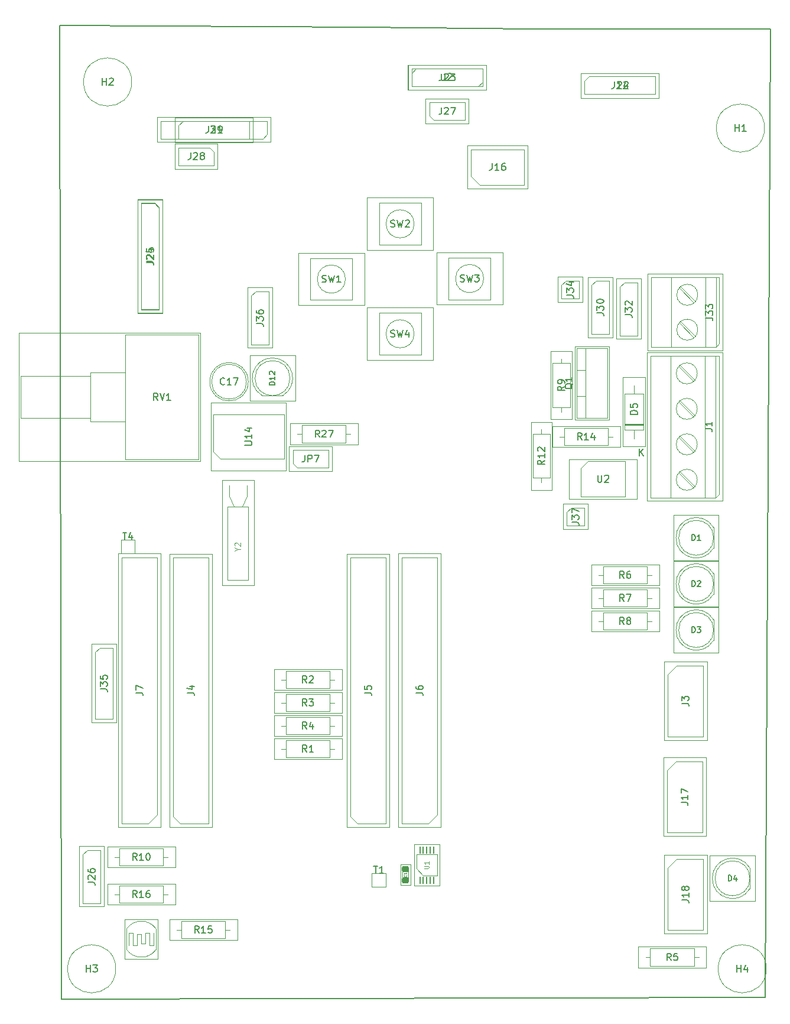
<source format=gbr>
%TF.GenerationSoftware,KiCad,Pcbnew,8.0.1*%
%TF.CreationDate,2024-10-06T15:48:25+02:00*%
%TF.ProjectId,CREPP.io,43524550-502e-4696-9f2e-6b696361645f,rev?*%
%TF.SameCoordinates,Original*%
%TF.FileFunction,Paste,Top*%
%TF.FilePolarity,Positive*%
%FSLAX46Y46*%
G04 Gerber Fmt 4.6, Leading zero omitted, Abs format (unit mm)*
G04 Created by KiCad (PCBNEW 8.0.1) date 2024-10-06 15:48:25*
%MOMM*%
%LPD*%
G01*
G04 APERTURE LIST*
G04 Aperture macros list*
%AMRoundRect*
0 Rectangle with rounded corners*
0 $1 Rounding radius*
0 $2 $3 $4 $5 $6 $7 $8 $9 X,Y pos of 4 corners*
0 Add a 4 corners polygon primitive as box body*
4,1,4,$2,$3,$4,$5,$6,$7,$8,$9,$2,$3,0*
0 Add four circle primitives for the rounded corners*
1,1,$1+$1,$2,$3*
1,1,$1+$1,$4,$5*
1,1,$1+$1,$6,$7*
1,1,$1+$1,$8,$9*
0 Add four rect primitives between the rounded corners*
20,1,$1+$1,$2,$3,$4,$5,0*
20,1,$1+$1,$4,$5,$6,$7,0*
20,1,$1+$1,$6,$7,$8,$9,0*
20,1,$1+$1,$8,$9,$2,$3,0*%
G04 Aperture macros list end*
%ADD10R,0.250000X1.100000*%
%ADD11RoundRect,0.225000X-0.250000X0.225000X-0.250000X-0.225000X0.250000X-0.225000X0.250000X0.225000X0*%
%ADD12C,0.050000*%
%ADD13C,0.150000*%
%ADD14C,0.200000*%
%ADD15C,0.100000*%
%ADD16C,0.120000*%
%ADD17C,0.060000*%
%TA.AperFunction,Profile*%
%ADD18C,0.200000*%
%TD*%
G04 APERTURE END LIST*
D10*
%TO.C,U1*%
X96348800Y-153568400D03*
X96848800Y-153568400D03*
X97348800Y-153568400D03*
X97848800Y-153568400D03*
X98348800Y-153568400D03*
X98348800Y-149268400D03*
X97848800Y-149268400D03*
X97348800Y-149268400D03*
X96848800Y-149268400D03*
X96348800Y-149268400D03*
%TD*%
D11*
%TO.C,C1*%
X94284800Y-152018400D03*
X94284800Y-153568400D03*
%TD*%
D12*
%TO.C,R7*%
X120920800Y-111682400D02*
X120920800Y-114682400D01*
X120920800Y-114682400D02*
X130640800Y-114682400D01*
X130640800Y-111682400D02*
X120920800Y-111682400D01*
X130640800Y-114682400D02*
X130640800Y-111682400D01*
%TO.C,J25*%
X55933800Y-56035400D02*
X59483800Y-56035400D01*
X55933800Y-72285400D02*
X55933800Y-56035400D01*
X59483800Y-56035400D02*
X59483800Y-72285400D01*
X59483800Y-72285400D02*
X55933800Y-72285400D01*
%TO.C,RV1*%
X38912800Y-75200400D02*
X38912800Y-93600400D01*
X38912800Y-93600400D02*
X64912800Y-93600400D01*
X64912800Y-75200400D02*
X38912800Y-75200400D01*
X64912800Y-93600400D02*
X64912800Y-75200400D01*
%TO.C,J30*%
X120424800Y-67201400D02*
X120424800Y-75851400D01*
X120424800Y-75851400D02*
X124024800Y-75851400D01*
X124024800Y-67201400D02*
X120424800Y-67201400D01*
X124024800Y-75851400D02*
X124024800Y-67201400D01*
%TO.C,D3*%
X132710800Y-114504400D02*
X132710800Y-121004400D01*
X132710800Y-121004400D02*
X139160800Y-121004400D01*
X139160800Y-114504400D02*
X132710800Y-114504400D01*
X139160800Y-121004400D02*
X139160800Y-114504400D01*
%TO.C,SW4*%
X88772800Y-71586400D02*
X89022800Y-71586400D01*
X88772800Y-71836400D02*
X88772800Y-71586400D01*
X88772800Y-78836400D02*
X88772800Y-71836400D01*
X88772800Y-78836400D02*
X88772800Y-79086400D01*
X88772800Y-79086400D02*
X89022800Y-79086400D01*
X89022800Y-71586400D02*
X98022800Y-71586400D01*
X98022800Y-71586400D02*
X98272800Y-71586400D01*
X98022800Y-79086400D02*
X89022800Y-79086400D01*
X98022800Y-79086400D02*
X98272800Y-79086400D01*
X98272800Y-71586400D02*
X98272800Y-71836400D01*
X98272800Y-71836400D02*
X98272800Y-78836400D01*
X98272800Y-79086400D02*
X98272800Y-78836400D01*
%TO.C,J4*%
X60520800Y-106870400D02*
X66620800Y-106870400D01*
X60520800Y-145970400D02*
X60520800Y-106870400D01*
X66620800Y-106870400D02*
X66620800Y-145970400D01*
X66620800Y-145970400D02*
X60520800Y-145970400D01*
%TO.C,R27*%
X77740800Y-88187400D02*
X77740800Y-91187400D01*
X77740800Y-91187400D02*
X87460800Y-91187400D01*
X87460800Y-88187400D02*
X77740800Y-88187400D01*
X87460800Y-91187400D02*
X87460800Y-88187400D01*
%TO.C,J16*%
X103152800Y-48380400D02*
X103152800Y-54530400D01*
X103152800Y-54530400D02*
X111802800Y-54530400D01*
X111802800Y-48380400D02*
X103152800Y-48380400D01*
X111802800Y-54530400D02*
X111802800Y-48380400D01*
%TO.C,J22*%
X119418800Y-38001400D02*
X130618800Y-38001400D01*
X119418800Y-41551400D02*
X119418800Y-38001400D01*
X130618800Y-38001400D02*
X130618800Y-41551400D01*
X130618800Y-41551400D02*
X119418800Y-41551400D01*
%TO.C,J6*%
X93236800Y-106820400D02*
X93236800Y-145970400D01*
X93236800Y-145970400D02*
X99386800Y-145970400D01*
X99386800Y-106820400D02*
X93236800Y-106820400D01*
X99386800Y-145970400D02*
X99386800Y-106820400D01*
%TO.C,H1*%
X145740800Y-45872400D02*
G75*
G02*
X138840800Y-45872400I-3450000J0D01*
G01*
X138840800Y-45872400D02*
G75*
G02*
X145740800Y-45872400I3450000J0D01*
G01*
%TO.C,J7*%
X53104800Y-106820400D02*
X53104800Y-145970400D01*
X53104800Y-145970400D02*
X59254800Y-145970400D01*
X59254800Y-106820400D02*
X53104800Y-106820400D01*
X59254800Y-145970400D02*
X59254800Y-106820400D01*
%TO.C,H4*%
X145994800Y-166268400D02*
G75*
G02*
X139094800Y-166268400I-3450000J0D01*
G01*
X139094800Y-166268400D02*
G75*
G02*
X145994800Y-166268400I3450000J0D01*
G01*
%TO.C,H2*%
X55062800Y-39268400D02*
G75*
G02*
X48162800Y-39268400I-3450000J0D01*
G01*
X48162800Y-39268400D02*
G75*
G02*
X55062800Y-39268400I3450000J0D01*
G01*
%TO.C,JP7*%
X77625800Y-91443400D02*
X77625800Y-95043400D01*
X77625800Y-95043400D02*
X83775800Y-95043400D01*
X83775800Y-91443400D02*
X77625800Y-91443400D01*
X83775800Y-95043400D02*
X83775800Y-91443400D01*
%TO.C,J33*%
X128960800Y-66748400D02*
X128960800Y-77748400D01*
X128960800Y-77748400D02*
X139770800Y-77748400D01*
X139770800Y-66748400D02*
X128960800Y-66748400D01*
X139770800Y-77748400D02*
X139770800Y-66748400D01*
%TO.C,SW2*%
X88772800Y-55838400D02*
X89022800Y-55838400D01*
X88772800Y-56088400D02*
X88772800Y-55838400D01*
X88772800Y-63088400D02*
X88772800Y-56088400D01*
X88772800Y-63088400D02*
X88772800Y-63338400D01*
X88772800Y-63338400D02*
X89022800Y-63338400D01*
X89022800Y-55838400D02*
X98022800Y-55838400D01*
X98022800Y-55838400D02*
X98272800Y-55838400D01*
X98022800Y-63338400D02*
X89022800Y-63338400D01*
X98022800Y-63338400D02*
X98272800Y-63338400D01*
X98272800Y-55838400D02*
X98272800Y-56088400D01*
X98272800Y-56088400D02*
X98272800Y-63088400D01*
X98272800Y-63338400D02*
X98272800Y-63088400D01*
%TO.C,R1*%
X75454800Y-133272400D02*
X75454800Y-136272400D01*
X75454800Y-136272400D02*
X85174800Y-136272400D01*
X85174800Y-133272400D02*
X75454800Y-133272400D01*
X85174800Y-136272400D02*
X85174800Y-133272400D01*
%TO.C,J23*%
X94643800Y-36883400D02*
X105843800Y-36883400D01*
X94643800Y-40433400D02*
X94643800Y-36883400D01*
X105843800Y-36883400D02*
X105843800Y-40433400D01*
X105843800Y-40433400D02*
X94643800Y-40433400D01*
%TO.C,T1*%
X89474800Y-152568400D02*
X89474800Y-154568400D01*
X89474800Y-152568400D02*
X91474800Y-152568400D01*
X91474800Y-154568400D02*
X89474800Y-154568400D01*
X91474800Y-154568400D02*
X91474800Y-152568400D01*
%TO.C,D1*%
X132710800Y-101296400D02*
X132710800Y-107796400D01*
X132710800Y-107796400D02*
X139160800Y-107796400D01*
X139160800Y-101296400D02*
X132710800Y-101296400D01*
X139160800Y-107796400D02*
X139160800Y-101296400D01*
%TO.C,U2*%
X117690800Y-93312400D02*
X117690800Y-98962400D01*
X117690800Y-98962400D02*
X127490800Y-98962400D01*
X127490800Y-93312400D02*
X117690800Y-93312400D01*
X127490800Y-98962400D02*
X127490800Y-93312400D01*
%TO.C,J35*%
X49304800Y-119774400D02*
X49304800Y-130974400D01*
X49304800Y-130974400D02*
X52904800Y-130974400D01*
X52904800Y-119774400D02*
X49304800Y-119774400D01*
X52904800Y-130974400D02*
X52904800Y-119774400D01*
%TO.C,J5*%
X85920800Y-106870400D02*
X92020800Y-106870400D01*
X85920800Y-145970400D02*
X85920800Y-106870400D01*
X92020800Y-106870400D02*
X92020800Y-145970400D01*
X92020800Y-145970400D02*
X85920800Y-145970400D01*
%TO.C,SW3*%
X98730800Y-63676400D02*
X98980800Y-63676400D01*
X98730800Y-63926400D02*
X98730800Y-63676400D01*
X98730800Y-70926400D02*
X98730800Y-63926400D01*
X98730800Y-70926400D02*
X98730800Y-71176400D01*
X98730800Y-71176400D02*
X98980800Y-71176400D01*
X98980800Y-63676400D02*
X107980800Y-63676400D01*
X107980800Y-63676400D02*
X108230800Y-63676400D01*
X107980800Y-71176400D02*
X98980800Y-71176400D01*
X107980800Y-71176400D02*
X108230800Y-71176400D01*
X108230800Y-63676400D02*
X108230800Y-63926400D01*
X108230800Y-63926400D02*
X108230800Y-70926400D01*
X108230800Y-71176400D02*
X108230800Y-70926400D01*
%TO.C,D12*%
X71984800Y-78456400D02*
X71984800Y-84906400D01*
X71984800Y-84906400D02*
X78484800Y-84906400D01*
X78484800Y-78456400D02*
X71984800Y-78456400D01*
X78484800Y-84906400D02*
X78484800Y-78456400D01*
%TO.C,D5*%
X125450800Y-81552400D02*
X125450800Y-91472400D01*
X125450800Y-91472400D02*
X128650800Y-91472400D01*
X128650800Y-81552400D02*
X125450800Y-81552400D01*
X128650800Y-91472400D02*
X128650800Y-81552400D01*
%TO.C,R2*%
X75454800Y-123366400D02*
X75454800Y-126366400D01*
X75454800Y-126366400D02*
X85174800Y-126366400D01*
X85174800Y-123366400D02*
X75454800Y-123366400D01*
X85174800Y-126366400D02*
X85174800Y-123366400D01*
%TO.C,J17*%
X131258800Y-136020400D02*
X131258800Y-147220400D01*
X131258800Y-147220400D02*
X137408800Y-147220400D01*
X137408800Y-136020400D02*
X131258800Y-136020400D01*
X137408800Y-147220400D02*
X137408800Y-136020400D01*
%TO.C,J3*%
X131346800Y-122304400D02*
X131346800Y-133504400D01*
X131346800Y-133504400D02*
X137496800Y-133504400D01*
X137496800Y-122304400D02*
X131346800Y-122304400D01*
X137496800Y-133504400D02*
X137496800Y-122304400D01*
%TO.C,U1*%
X95548800Y-148468400D02*
X99148800Y-148468400D01*
X95548800Y-154368400D02*
X95548800Y-148468400D01*
X95548800Y-154368400D02*
X99148800Y-154368400D01*
X99148800Y-154368400D02*
X99148800Y-148468400D01*
%TO.C,J29*%
X58752800Y-44326400D02*
X75002800Y-44326400D01*
X58752800Y-47876400D02*
X58752800Y-44326400D01*
X75002800Y-44326400D02*
X75002800Y-47876400D01*
X75002800Y-47876400D02*
X58752800Y-47876400D01*
%TO.C,D4*%
X137917800Y-150064400D02*
X137917800Y-156564400D01*
X137917800Y-156564400D02*
X144367800Y-156564400D01*
X144367800Y-150064400D02*
X137917800Y-150064400D01*
X144367800Y-156564400D02*
X144367800Y-150064400D01*
%TO.C,J36*%
X71656800Y-68710400D02*
X71656800Y-77360400D01*
X71656800Y-77360400D02*
X75256800Y-77360400D01*
X75256800Y-68710400D02*
X71656800Y-68710400D01*
X75256800Y-77360400D02*
X75256800Y-68710400D01*
%TO.C,R3*%
X75454800Y-126668400D02*
X75454800Y-129668400D01*
X75454800Y-129668400D02*
X85174800Y-129668400D01*
X85174800Y-126668400D02*
X75454800Y-126668400D01*
X85174800Y-129668400D02*
X85174800Y-126668400D01*
%TO.C,R5*%
X127651800Y-163117400D02*
X127651800Y-166117400D01*
X127651800Y-166117400D02*
X137371800Y-166117400D01*
X137371800Y-163117400D02*
X127651800Y-163117400D01*
X137371800Y-166117400D02*
X137371800Y-163117400D01*
%TO.C,J24*%
X55908800Y-56137400D02*
X59458800Y-56137400D01*
X55908800Y-72387400D02*
X55908800Y-56137400D01*
X59458800Y-56137400D02*
X59458800Y-72387400D01*
X59458800Y-72387400D02*
X55908800Y-72387400D01*
%TO.C,J26*%
X47526800Y-148720400D02*
X47526800Y-157370400D01*
X47526800Y-157370400D02*
X51126800Y-157370400D01*
X51126800Y-148720400D02*
X47526800Y-148720400D01*
X51126800Y-157370400D02*
X51126800Y-148720400D01*
%TO.C,J37*%
X116868800Y-99698400D02*
X116868800Y-103298400D01*
X116868800Y-103298400D02*
X120468800Y-103298400D01*
X120468800Y-99698400D02*
X116868800Y-99698400D01*
X120468800Y-103298400D02*
X120468800Y-99698400D01*
%TO.C,J31*%
X61242800Y-44376400D02*
X72442800Y-44376400D01*
X61242800Y-47926400D02*
X61242800Y-44376400D01*
X72442800Y-44376400D02*
X72442800Y-47926400D01*
X72442800Y-47926400D02*
X61242800Y-47926400D01*
%TO.C,R16*%
X51578800Y-154100400D02*
X51578800Y-157100400D01*
X51578800Y-157100400D02*
X61298800Y-157100400D01*
X61298800Y-154100400D02*
X51578800Y-154100400D01*
X61298800Y-157100400D02*
X61298800Y-154100400D01*
%TO.C,R15*%
X60468800Y-159180400D02*
X60468800Y-162180400D01*
X60468800Y-162180400D02*
X70188800Y-162180400D01*
X70188800Y-159180400D02*
X60468800Y-159180400D01*
X70188800Y-162180400D02*
X70188800Y-159180400D01*
%TO.C,R12*%
X112270800Y-87962400D02*
X112270800Y-97682400D01*
X112270800Y-97682400D02*
X115270800Y-97682400D01*
X115270800Y-87962400D02*
X112270800Y-87962400D01*
X115270800Y-97682400D02*
X115270800Y-87962400D01*
%TO.C,H3*%
X52776800Y-166268400D02*
G75*
G02*
X45876800Y-166268400I-3450000J0D01*
G01*
X45876800Y-166268400D02*
G75*
G02*
X52776800Y-166268400I3450000J0D01*
G01*
%TO.C,J1*%
X128890800Y-77962400D02*
X128890800Y-99282400D01*
X128890800Y-99282400D02*
X139700800Y-99282400D01*
X139700800Y-77962400D02*
X128890800Y-77962400D01*
X139700800Y-99282400D02*
X139700800Y-77962400D01*
%TO.C,C17*%
X71761800Y-82194400D02*
G75*
G02*
X66261800Y-82194400I-2750000J0D01*
G01*
X66261800Y-82194400D02*
G75*
G02*
X71761800Y-82194400I2750000J0D01*
G01*
%TO.C,J32*%
X124488800Y-67440400D02*
X124488800Y-76090400D01*
X124488800Y-76090400D02*
X128088800Y-76090400D01*
X128088800Y-67440400D02*
X124488800Y-67440400D01*
X128088800Y-76090400D02*
X128088800Y-67440400D01*
%TO.C,R6*%
X120920800Y-108380400D02*
X120920800Y-111380400D01*
X120920800Y-111380400D02*
X130640800Y-111380400D01*
X130640800Y-108380400D02*
X120920800Y-108380400D01*
X130640800Y-111380400D02*
X130640800Y-108380400D01*
%TO.C,R8*%
X120920800Y-114984400D02*
X120920800Y-117984400D01*
X120920800Y-117984400D02*
X130640800Y-117984400D01*
X130640800Y-114984400D02*
X120920800Y-114984400D01*
X130640800Y-117984400D02*
X130640800Y-114984400D01*
%TO.C,J27*%
X97183800Y-41659400D02*
X97183800Y-45259400D01*
X97183800Y-45259400D02*
X103333800Y-45259400D01*
X103333800Y-41659400D02*
X97183800Y-41659400D01*
X103333800Y-45259400D02*
X103333800Y-41659400D01*
%TO.C,Y2*%
X68011800Y-96253400D02*
X68011800Y-111353400D01*
X68011800Y-111353400D02*
X72611800Y-111353400D01*
X72611800Y-96253400D02*
X68011800Y-96253400D01*
X72611800Y-111353400D02*
X72611800Y-96253400D01*
%TO.C,Q1*%
X118600800Y-77122400D02*
X118600800Y-87622400D01*
X118600800Y-87622400D02*
X123510800Y-87622400D01*
X123510800Y-77122400D02*
X118600800Y-77122400D01*
X123510800Y-87622400D02*
X123510800Y-77122400D01*
%TO.C,SW1*%
X78918800Y-63748400D02*
X79168800Y-63748400D01*
X78918800Y-63998400D02*
X78918800Y-63748400D01*
X78918800Y-70998400D02*
X78918800Y-63998400D01*
X78918800Y-70998400D02*
X78918800Y-71248400D01*
X78918800Y-71248400D02*
X79168800Y-71248400D01*
X79168800Y-63748400D02*
X88168800Y-63748400D01*
X88168800Y-63748400D02*
X88418800Y-63748400D01*
X88168800Y-71248400D02*
X79168800Y-71248400D01*
X88168800Y-71248400D02*
X88418800Y-71248400D01*
X88418800Y-63748400D02*
X88418800Y-63998400D01*
X88418800Y-63998400D02*
X88418800Y-70998400D01*
X88418800Y-71248400D02*
X88418800Y-70998400D01*
%TO.C,J18*%
X131346800Y-149990400D02*
X131346800Y-161190400D01*
X131346800Y-161190400D02*
X137496800Y-161190400D01*
X137496800Y-149990400D02*
X131346800Y-149990400D01*
X137496800Y-161190400D02*
X137496800Y-149990400D01*
%TO.C,C1*%
X93554800Y-151313400D02*
X95014800Y-151313400D01*
X93554800Y-154273400D02*
X93554800Y-151313400D01*
X95014800Y-151313400D02*
X95014800Y-154273400D01*
X95014800Y-154273400D02*
X93554800Y-154273400D01*
%TO.C,J14*%
X119418800Y-38001400D02*
X130618800Y-38001400D01*
X119418800Y-41551400D02*
X119418800Y-38001400D01*
X130618800Y-38001400D02*
X130618800Y-41551400D01*
X130618800Y-41551400D02*
X119418800Y-41551400D01*
%TO.C,J28*%
X61232800Y-48136400D02*
X61232800Y-51736400D01*
X61232800Y-51736400D02*
X67382800Y-51736400D01*
X67382800Y-48136400D02*
X61232800Y-48136400D01*
X67382800Y-51736400D02*
X67382800Y-48136400D01*
%TO.C,R11*%
X54088800Y-164858400D02*
X54088800Y-159198400D01*
X54088800Y-164858400D02*
X58788800Y-164858400D01*
X58788800Y-159198400D02*
X54088800Y-159198400D01*
X58788800Y-159198400D02*
X58788800Y-164858400D01*
%TO.C,J34*%
X116106800Y-67186400D02*
X116106800Y-70786400D01*
X116106800Y-70786400D02*
X119706800Y-70786400D01*
X119706800Y-67186400D02*
X116106800Y-67186400D01*
X119706800Y-70786400D02*
X119706800Y-67186400D01*
%TO.C,R4*%
X75454800Y-129970400D02*
X75454800Y-132970400D01*
X75454800Y-132970400D02*
X85174800Y-132970400D01*
X85174800Y-129970400D02*
X75454800Y-129970400D01*
X85174800Y-132970400D02*
X85174800Y-129970400D01*
%TO.C,D2*%
X132710800Y-107900400D02*
X132710800Y-114400400D01*
X132710800Y-114400400D02*
X139160800Y-114400400D01*
X139160800Y-107900400D02*
X132710800Y-107900400D01*
X139160800Y-114400400D02*
X139160800Y-107900400D01*
%TO.C,R9*%
X115136800Y-77842400D02*
X115136800Y-87562400D01*
X115136800Y-87562400D02*
X118136800Y-87562400D01*
X118136800Y-77842400D02*
X115136800Y-77842400D01*
X118136800Y-87562400D02*
X118136800Y-77842400D01*
%TO.C,R14*%
X115332800Y-88568400D02*
X115332800Y-91568400D01*
X115332800Y-91568400D02*
X125052800Y-91568400D01*
X125052800Y-88568400D02*
X115332800Y-88568400D01*
X125052800Y-91568400D02*
X125052800Y-88568400D01*
%TO.C,R10*%
X51578800Y-148766400D02*
X51578800Y-151766400D01*
X51578800Y-151766400D02*
X61298800Y-151766400D01*
X61298800Y-148766400D02*
X51578800Y-148766400D01*
X61298800Y-151766400D02*
X61298800Y-148766400D01*
%TO.C,T4*%
X53533800Y-104816400D02*
X53533800Y-106816400D01*
X53533800Y-104816400D02*
X55533800Y-104816400D01*
X55533800Y-106816400D02*
X53533800Y-106816400D01*
X55533800Y-106816400D02*
X55533800Y-104816400D01*
%TO.C,U14*%
X66455800Y-85168400D02*
X66455800Y-94968400D01*
X66455800Y-94968400D02*
X77155800Y-94968400D01*
X77155800Y-85168400D02*
X66455800Y-85168400D01*
X77155800Y-94968400D02*
X77155800Y-85168400D01*
%TO.C,J2*%
X94663800Y-36833400D02*
X105863800Y-36833400D01*
X94663800Y-40383400D02*
X94663800Y-36833400D01*
X105863800Y-36833400D02*
X105863800Y-40383400D01*
X105863800Y-40383400D02*
X94663800Y-40383400D01*
%TD*%
D13*
X125614133Y-113637219D02*
X125280800Y-113161028D01*
X125042705Y-113637219D02*
X125042705Y-112637219D01*
X125042705Y-112637219D02*
X125423657Y-112637219D01*
X125423657Y-112637219D02*
X125518895Y-112684838D01*
X125518895Y-112684838D02*
X125566514Y-112732457D01*
X125566514Y-112732457D02*
X125614133Y-112827695D01*
X125614133Y-112827695D02*
X125614133Y-112970552D01*
X125614133Y-112970552D02*
X125566514Y-113065790D01*
X125566514Y-113065790D02*
X125518895Y-113113409D01*
X125518895Y-113113409D02*
X125423657Y-113161028D01*
X125423657Y-113161028D02*
X125042705Y-113161028D01*
X125947467Y-112637219D02*
X126614133Y-112637219D01*
X126614133Y-112637219D02*
X126185562Y-113637219D01*
X57188619Y-64994923D02*
X57902904Y-64994923D01*
X57902904Y-64994923D02*
X58045761Y-65042542D01*
X58045761Y-65042542D02*
X58141000Y-65137780D01*
X58141000Y-65137780D02*
X58188619Y-65280637D01*
X58188619Y-65280637D02*
X58188619Y-65375875D01*
X57283857Y-64566351D02*
X57236238Y-64518732D01*
X57236238Y-64518732D02*
X57188619Y-64423494D01*
X57188619Y-64423494D02*
X57188619Y-64185399D01*
X57188619Y-64185399D02*
X57236238Y-64090161D01*
X57236238Y-64090161D02*
X57283857Y-64042542D01*
X57283857Y-64042542D02*
X57379095Y-63994923D01*
X57379095Y-63994923D02*
X57474333Y-63994923D01*
X57474333Y-63994923D02*
X57617190Y-64042542D01*
X57617190Y-64042542D02*
X58188619Y-64613970D01*
X58188619Y-64613970D02*
X58188619Y-63994923D01*
X57188619Y-63090161D02*
X57188619Y-63566351D01*
X57188619Y-63566351D02*
X57664809Y-63613970D01*
X57664809Y-63613970D02*
X57617190Y-63566351D01*
X57617190Y-63566351D02*
X57569571Y-63471113D01*
X57569571Y-63471113D02*
X57569571Y-63233018D01*
X57569571Y-63233018D02*
X57617190Y-63137780D01*
X57617190Y-63137780D02*
X57664809Y-63090161D01*
X57664809Y-63090161D02*
X57760047Y-63042542D01*
X57760047Y-63042542D02*
X57998142Y-63042542D01*
X57998142Y-63042542D02*
X58093380Y-63090161D01*
X58093380Y-63090161D02*
X58141000Y-63137780D01*
X58141000Y-63137780D02*
X58188619Y-63233018D01*
X58188619Y-63233018D02*
X58188619Y-63471113D01*
X58188619Y-63471113D02*
X58141000Y-63566351D01*
X58141000Y-63566351D02*
X58093380Y-63613970D01*
X58817561Y-84855218D02*
X58484228Y-84379027D01*
X58246133Y-84855218D02*
X58246133Y-83855218D01*
X58246133Y-83855218D02*
X58627085Y-83855218D01*
X58627085Y-83855218D02*
X58722323Y-83902837D01*
X58722323Y-83902837D02*
X58769942Y-83950456D01*
X58769942Y-83950456D02*
X58817561Y-84045694D01*
X58817561Y-84045694D02*
X58817561Y-84188551D01*
X58817561Y-84188551D02*
X58769942Y-84283789D01*
X58769942Y-84283789D02*
X58722323Y-84331408D01*
X58722323Y-84331408D02*
X58627085Y-84379027D01*
X58627085Y-84379027D02*
X58246133Y-84379027D01*
X59103276Y-83855218D02*
X59436609Y-84855218D01*
X59436609Y-84855218D02*
X59769942Y-83855218D01*
X60627085Y-84855218D02*
X60055657Y-84855218D01*
X60341371Y-84855218D02*
X60341371Y-83855218D01*
X60341371Y-83855218D02*
X60246133Y-83998075D01*
X60246133Y-83998075D02*
X60150895Y-84093313D01*
X60150895Y-84093313D02*
X60055657Y-84140932D01*
X121679619Y-72350923D02*
X122393904Y-72350923D01*
X122393904Y-72350923D02*
X122536761Y-72398542D01*
X122536761Y-72398542D02*
X122632000Y-72493780D01*
X122632000Y-72493780D02*
X122679619Y-72636637D01*
X122679619Y-72636637D02*
X122679619Y-72731875D01*
X121679619Y-71969970D02*
X121679619Y-71350923D01*
X121679619Y-71350923D02*
X122060571Y-71684256D01*
X122060571Y-71684256D02*
X122060571Y-71541399D01*
X122060571Y-71541399D02*
X122108190Y-71446161D01*
X122108190Y-71446161D02*
X122155809Y-71398542D01*
X122155809Y-71398542D02*
X122251047Y-71350923D01*
X122251047Y-71350923D02*
X122489142Y-71350923D01*
X122489142Y-71350923D02*
X122584380Y-71398542D01*
X122584380Y-71398542D02*
X122632000Y-71446161D01*
X122632000Y-71446161D02*
X122679619Y-71541399D01*
X122679619Y-71541399D02*
X122679619Y-71827113D01*
X122679619Y-71827113D02*
X122632000Y-71922351D01*
X122632000Y-71922351D02*
X122584380Y-71969970D01*
X121679619Y-70731875D02*
X121679619Y-70636637D01*
X121679619Y-70636637D02*
X121727238Y-70541399D01*
X121727238Y-70541399D02*
X121774857Y-70493780D01*
X121774857Y-70493780D02*
X121870095Y-70446161D01*
X121870095Y-70446161D02*
X122060571Y-70398542D01*
X122060571Y-70398542D02*
X122298666Y-70398542D01*
X122298666Y-70398542D02*
X122489142Y-70446161D01*
X122489142Y-70446161D02*
X122584380Y-70493780D01*
X122584380Y-70493780D02*
X122632000Y-70541399D01*
X122632000Y-70541399D02*
X122679619Y-70636637D01*
X122679619Y-70636637D02*
X122679619Y-70731875D01*
X122679619Y-70731875D02*
X122632000Y-70827113D01*
X122632000Y-70827113D02*
X122584380Y-70874732D01*
X122584380Y-70874732D02*
X122489142Y-70922351D01*
X122489142Y-70922351D02*
X122298666Y-70969970D01*
X122298666Y-70969970D02*
X122060571Y-70969970D01*
X122060571Y-70969970D02*
X121870095Y-70922351D01*
X121870095Y-70922351D02*
X121774857Y-70874732D01*
X121774857Y-70874732D02*
X121727238Y-70827113D01*
X121727238Y-70827113D02*
X121679619Y-70731875D01*
D14*
X135370324Y-118114095D02*
X135370324Y-117314095D01*
X135370324Y-117314095D02*
X135560800Y-117314095D01*
X135560800Y-117314095D02*
X135675086Y-117352190D01*
X135675086Y-117352190D02*
X135751276Y-117428380D01*
X135751276Y-117428380D02*
X135789371Y-117504571D01*
X135789371Y-117504571D02*
X135827467Y-117656952D01*
X135827467Y-117656952D02*
X135827467Y-117771238D01*
X135827467Y-117771238D02*
X135789371Y-117923619D01*
X135789371Y-117923619D02*
X135751276Y-117999809D01*
X135751276Y-117999809D02*
X135675086Y-118076000D01*
X135675086Y-118076000D02*
X135560800Y-118114095D01*
X135560800Y-118114095D02*
X135370324Y-118114095D01*
X136094133Y-117314095D02*
X136589371Y-117314095D01*
X136589371Y-117314095D02*
X136322705Y-117618857D01*
X136322705Y-117618857D02*
X136436990Y-117618857D01*
X136436990Y-117618857D02*
X136513181Y-117656952D01*
X136513181Y-117656952D02*
X136551276Y-117695047D01*
X136551276Y-117695047D02*
X136589371Y-117771238D01*
X136589371Y-117771238D02*
X136589371Y-117961714D01*
X136589371Y-117961714D02*
X136551276Y-118037904D01*
X136551276Y-118037904D02*
X136513181Y-118076000D01*
X136513181Y-118076000D02*
X136436990Y-118114095D01*
X136436990Y-118114095D02*
X136208419Y-118114095D01*
X136208419Y-118114095D02*
X136132228Y-118076000D01*
X136132228Y-118076000D02*
X136094133Y-118037904D01*
D13*
X92189467Y-75743600D02*
X92332324Y-75791219D01*
X92332324Y-75791219D02*
X92570419Y-75791219D01*
X92570419Y-75791219D02*
X92665657Y-75743600D01*
X92665657Y-75743600D02*
X92713276Y-75695980D01*
X92713276Y-75695980D02*
X92760895Y-75600742D01*
X92760895Y-75600742D02*
X92760895Y-75505504D01*
X92760895Y-75505504D02*
X92713276Y-75410266D01*
X92713276Y-75410266D02*
X92665657Y-75362647D01*
X92665657Y-75362647D02*
X92570419Y-75315028D01*
X92570419Y-75315028D02*
X92379943Y-75267409D01*
X92379943Y-75267409D02*
X92284705Y-75219790D01*
X92284705Y-75219790D02*
X92237086Y-75172171D01*
X92237086Y-75172171D02*
X92189467Y-75076933D01*
X92189467Y-75076933D02*
X92189467Y-74981695D01*
X92189467Y-74981695D02*
X92237086Y-74886457D01*
X92237086Y-74886457D02*
X92284705Y-74838838D01*
X92284705Y-74838838D02*
X92379943Y-74791219D01*
X92379943Y-74791219D02*
X92618038Y-74791219D01*
X92618038Y-74791219D02*
X92760895Y-74838838D01*
X93094229Y-74791219D02*
X93332324Y-75791219D01*
X93332324Y-75791219D02*
X93522800Y-75076933D01*
X93522800Y-75076933D02*
X93713276Y-75791219D01*
X93713276Y-75791219D02*
X93951372Y-74791219D01*
X94760895Y-75124552D02*
X94760895Y-75791219D01*
X94522800Y-74743600D02*
X94284705Y-75457885D01*
X94284705Y-75457885D02*
X94903752Y-75457885D01*
X63005619Y-126723733D02*
X63719904Y-126723733D01*
X63719904Y-126723733D02*
X63862761Y-126771352D01*
X63862761Y-126771352D02*
X63958000Y-126866590D01*
X63958000Y-126866590D02*
X64005619Y-127009447D01*
X64005619Y-127009447D02*
X64005619Y-127104685D01*
X63338952Y-125818971D02*
X64005619Y-125818971D01*
X62958000Y-126057066D02*
X63672285Y-126295161D01*
X63672285Y-126295161D02*
X63672285Y-125676114D01*
X81957942Y-90142219D02*
X81624609Y-89666028D01*
X81386514Y-90142219D02*
X81386514Y-89142219D01*
X81386514Y-89142219D02*
X81767466Y-89142219D01*
X81767466Y-89142219D02*
X81862704Y-89189838D01*
X81862704Y-89189838D02*
X81910323Y-89237457D01*
X81910323Y-89237457D02*
X81957942Y-89332695D01*
X81957942Y-89332695D02*
X81957942Y-89475552D01*
X81957942Y-89475552D02*
X81910323Y-89570790D01*
X81910323Y-89570790D02*
X81862704Y-89618409D01*
X81862704Y-89618409D02*
X81767466Y-89666028D01*
X81767466Y-89666028D02*
X81386514Y-89666028D01*
X82338895Y-89237457D02*
X82386514Y-89189838D01*
X82386514Y-89189838D02*
X82481752Y-89142219D01*
X82481752Y-89142219D02*
X82719847Y-89142219D01*
X82719847Y-89142219D02*
X82815085Y-89189838D01*
X82815085Y-89189838D02*
X82862704Y-89237457D01*
X82862704Y-89237457D02*
X82910323Y-89332695D01*
X82910323Y-89332695D02*
X82910323Y-89427933D01*
X82910323Y-89427933D02*
X82862704Y-89570790D01*
X82862704Y-89570790D02*
X82291276Y-90142219D01*
X82291276Y-90142219D02*
X82910323Y-90142219D01*
X83243657Y-89142219D02*
X83910323Y-89142219D01*
X83910323Y-89142219D02*
X83481752Y-90142219D01*
X106683276Y-50915219D02*
X106683276Y-51629504D01*
X106683276Y-51629504D02*
X106635657Y-51772361D01*
X106635657Y-51772361D02*
X106540419Y-51867600D01*
X106540419Y-51867600D02*
X106397562Y-51915219D01*
X106397562Y-51915219D02*
X106302324Y-51915219D01*
X107683276Y-51915219D02*
X107111848Y-51915219D01*
X107397562Y-51915219D02*
X107397562Y-50915219D01*
X107397562Y-50915219D02*
X107302324Y-51058076D01*
X107302324Y-51058076D02*
X107207086Y-51153314D01*
X107207086Y-51153314D02*
X107111848Y-51200933D01*
X108540419Y-50915219D02*
X108349943Y-50915219D01*
X108349943Y-50915219D02*
X108254705Y-50962838D01*
X108254705Y-50962838D02*
X108207086Y-51010457D01*
X108207086Y-51010457D02*
X108111848Y-51153314D01*
X108111848Y-51153314D02*
X108064229Y-51343790D01*
X108064229Y-51343790D02*
X108064229Y-51724742D01*
X108064229Y-51724742D02*
X108111848Y-51819980D01*
X108111848Y-51819980D02*
X108159467Y-51867600D01*
X108159467Y-51867600D02*
X108254705Y-51915219D01*
X108254705Y-51915219D02*
X108445181Y-51915219D01*
X108445181Y-51915219D02*
X108540419Y-51867600D01*
X108540419Y-51867600D02*
X108588038Y-51819980D01*
X108588038Y-51819980D02*
X108635657Y-51724742D01*
X108635657Y-51724742D02*
X108635657Y-51486647D01*
X108635657Y-51486647D02*
X108588038Y-51391409D01*
X108588038Y-51391409D02*
X108540419Y-51343790D01*
X108540419Y-51343790D02*
X108445181Y-51296171D01*
X108445181Y-51296171D02*
X108254705Y-51296171D01*
X108254705Y-51296171D02*
X108159467Y-51343790D01*
X108159467Y-51343790D02*
X108111848Y-51391409D01*
X108111848Y-51391409D02*
X108064229Y-51486647D01*
X124219276Y-39206219D02*
X124219276Y-39920504D01*
X124219276Y-39920504D02*
X124171657Y-40063361D01*
X124171657Y-40063361D02*
X124076419Y-40158600D01*
X124076419Y-40158600D02*
X123933562Y-40206219D01*
X123933562Y-40206219D02*
X123838324Y-40206219D01*
X124647848Y-39301457D02*
X124695467Y-39253838D01*
X124695467Y-39253838D02*
X124790705Y-39206219D01*
X124790705Y-39206219D02*
X125028800Y-39206219D01*
X125028800Y-39206219D02*
X125124038Y-39253838D01*
X125124038Y-39253838D02*
X125171657Y-39301457D01*
X125171657Y-39301457D02*
X125219276Y-39396695D01*
X125219276Y-39396695D02*
X125219276Y-39491933D01*
X125219276Y-39491933D02*
X125171657Y-39634790D01*
X125171657Y-39634790D02*
X124600229Y-40206219D01*
X124600229Y-40206219D02*
X125219276Y-40206219D01*
X125600229Y-39301457D02*
X125647848Y-39253838D01*
X125647848Y-39253838D02*
X125743086Y-39206219D01*
X125743086Y-39206219D02*
X125981181Y-39206219D01*
X125981181Y-39206219D02*
X126076419Y-39253838D01*
X126076419Y-39253838D02*
X126124038Y-39301457D01*
X126124038Y-39301457D02*
X126171657Y-39396695D01*
X126171657Y-39396695D02*
X126171657Y-39491933D01*
X126171657Y-39491933D02*
X126124038Y-39634790D01*
X126124038Y-39634790D02*
X125552610Y-40206219D01*
X125552610Y-40206219D02*
X126171657Y-40206219D01*
X95771619Y-126723733D02*
X96485904Y-126723733D01*
X96485904Y-126723733D02*
X96628761Y-126771352D01*
X96628761Y-126771352D02*
X96724000Y-126866590D01*
X96724000Y-126866590D02*
X96771619Y-127009447D01*
X96771619Y-127009447D02*
X96771619Y-127104685D01*
X95771619Y-125818971D02*
X95771619Y-126009447D01*
X95771619Y-126009447D02*
X95819238Y-126104685D01*
X95819238Y-126104685D02*
X95866857Y-126152304D01*
X95866857Y-126152304D02*
X96009714Y-126247542D01*
X96009714Y-126247542D02*
X96200190Y-126295161D01*
X96200190Y-126295161D02*
X96581142Y-126295161D01*
X96581142Y-126295161D02*
X96676380Y-126247542D01*
X96676380Y-126247542D02*
X96724000Y-126199923D01*
X96724000Y-126199923D02*
X96771619Y-126104685D01*
X96771619Y-126104685D02*
X96771619Y-125914209D01*
X96771619Y-125914209D02*
X96724000Y-125818971D01*
X96724000Y-125818971D02*
X96676380Y-125771352D01*
X96676380Y-125771352D02*
X96581142Y-125723733D01*
X96581142Y-125723733D02*
X96343047Y-125723733D01*
X96343047Y-125723733D02*
X96247809Y-125771352D01*
X96247809Y-125771352D02*
X96200190Y-125818971D01*
X96200190Y-125818971D02*
X96152571Y-125914209D01*
X96152571Y-125914209D02*
X96152571Y-126104685D01*
X96152571Y-126104685D02*
X96200190Y-126199923D01*
X96200190Y-126199923D02*
X96247809Y-126247542D01*
X96247809Y-126247542D02*
X96343047Y-126295161D01*
X141528895Y-46327219D02*
X141528895Y-45327219D01*
X141528895Y-45803409D02*
X142100323Y-45803409D01*
X142100323Y-46327219D02*
X142100323Y-45327219D01*
X143100323Y-46327219D02*
X142528895Y-46327219D01*
X142814609Y-46327219D02*
X142814609Y-45327219D01*
X142814609Y-45327219D02*
X142719371Y-45470076D01*
X142719371Y-45470076D02*
X142624133Y-45565314D01*
X142624133Y-45565314D02*
X142528895Y-45612933D01*
X55639619Y-126723733D02*
X56353904Y-126723733D01*
X56353904Y-126723733D02*
X56496761Y-126771352D01*
X56496761Y-126771352D02*
X56592000Y-126866590D01*
X56592000Y-126866590D02*
X56639619Y-127009447D01*
X56639619Y-127009447D02*
X56639619Y-127104685D01*
X55639619Y-126342780D02*
X55639619Y-125676114D01*
X55639619Y-125676114D02*
X56639619Y-126104685D01*
X141782895Y-166723219D02*
X141782895Y-165723219D01*
X141782895Y-166199409D02*
X142354323Y-166199409D01*
X142354323Y-166723219D02*
X142354323Y-165723219D01*
X143259085Y-166056552D02*
X143259085Y-166723219D01*
X143020990Y-165675600D02*
X142782895Y-166389885D01*
X142782895Y-166389885D02*
X143401942Y-166389885D01*
X50850895Y-39723219D02*
X50850895Y-38723219D01*
X50850895Y-39199409D02*
X51422323Y-39199409D01*
X51422323Y-39723219D02*
X51422323Y-38723219D01*
X51850895Y-38818457D02*
X51898514Y-38770838D01*
X51898514Y-38770838D02*
X51993752Y-38723219D01*
X51993752Y-38723219D02*
X52231847Y-38723219D01*
X52231847Y-38723219D02*
X52327085Y-38770838D01*
X52327085Y-38770838D02*
X52374704Y-38818457D01*
X52374704Y-38818457D02*
X52422323Y-38913695D01*
X52422323Y-38913695D02*
X52422323Y-39008933D01*
X52422323Y-39008933D02*
X52374704Y-39151790D01*
X52374704Y-39151790D02*
X51803276Y-39723219D01*
X51803276Y-39723219D02*
X52422323Y-39723219D01*
X79862466Y-92698219D02*
X79862466Y-93412504D01*
X79862466Y-93412504D02*
X79814847Y-93555361D01*
X79814847Y-93555361D02*
X79719609Y-93650600D01*
X79719609Y-93650600D02*
X79576752Y-93698219D01*
X79576752Y-93698219D02*
X79481514Y-93698219D01*
X80338657Y-93698219D02*
X80338657Y-92698219D01*
X80338657Y-92698219D02*
X80719609Y-92698219D01*
X80719609Y-92698219D02*
X80814847Y-92745838D01*
X80814847Y-92745838D02*
X80862466Y-92793457D01*
X80862466Y-92793457D02*
X80910085Y-92888695D01*
X80910085Y-92888695D02*
X80910085Y-93031552D01*
X80910085Y-93031552D02*
X80862466Y-93126790D01*
X80862466Y-93126790D02*
X80814847Y-93174409D01*
X80814847Y-93174409D02*
X80719609Y-93222028D01*
X80719609Y-93222028D02*
X80338657Y-93222028D01*
X81243419Y-92698219D02*
X81910085Y-92698219D01*
X81910085Y-92698219D02*
X81481514Y-93698219D01*
X137325619Y-73057923D02*
X138039904Y-73057923D01*
X138039904Y-73057923D02*
X138182761Y-73105542D01*
X138182761Y-73105542D02*
X138278000Y-73200780D01*
X138278000Y-73200780D02*
X138325619Y-73343637D01*
X138325619Y-73343637D02*
X138325619Y-73438875D01*
X137325619Y-72676970D02*
X137325619Y-72057923D01*
X137325619Y-72057923D02*
X137706571Y-72391256D01*
X137706571Y-72391256D02*
X137706571Y-72248399D01*
X137706571Y-72248399D02*
X137754190Y-72153161D01*
X137754190Y-72153161D02*
X137801809Y-72105542D01*
X137801809Y-72105542D02*
X137897047Y-72057923D01*
X137897047Y-72057923D02*
X138135142Y-72057923D01*
X138135142Y-72057923D02*
X138230380Y-72105542D01*
X138230380Y-72105542D02*
X138278000Y-72153161D01*
X138278000Y-72153161D02*
X138325619Y-72248399D01*
X138325619Y-72248399D02*
X138325619Y-72534113D01*
X138325619Y-72534113D02*
X138278000Y-72629351D01*
X138278000Y-72629351D02*
X138230380Y-72676970D01*
X137325619Y-71724589D02*
X137325619Y-71105542D01*
X137325619Y-71105542D02*
X137706571Y-71438875D01*
X137706571Y-71438875D02*
X137706571Y-71296018D01*
X137706571Y-71296018D02*
X137754190Y-71200780D01*
X137754190Y-71200780D02*
X137801809Y-71153161D01*
X137801809Y-71153161D02*
X137897047Y-71105542D01*
X137897047Y-71105542D02*
X138135142Y-71105542D01*
X138135142Y-71105542D02*
X138230380Y-71153161D01*
X138230380Y-71153161D02*
X138278000Y-71200780D01*
X138278000Y-71200780D02*
X138325619Y-71296018D01*
X138325619Y-71296018D02*
X138325619Y-71581732D01*
X138325619Y-71581732D02*
X138278000Y-71676970D01*
X138278000Y-71676970D02*
X138230380Y-71724589D01*
X92189467Y-59995600D02*
X92332324Y-60043219D01*
X92332324Y-60043219D02*
X92570419Y-60043219D01*
X92570419Y-60043219D02*
X92665657Y-59995600D01*
X92665657Y-59995600D02*
X92713276Y-59947980D01*
X92713276Y-59947980D02*
X92760895Y-59852742D01*
X92760895Y-59852742D02*
X92760895Y-59757504D01*
X92760895Y-59757504D02*
X92713276Y-59662266D01*
X92713276Y-59662266D02*
X92665657Y-59614647D01*
X92665657Y-59614647D02*
X92570419Y-59567028D01*
X92570419Y-59567028D02*
X92379943Y-59519409D01*
X92379943Y-59519409D02*
X92284705Y-59471790D01*
X92284705Y-59471790D02*
X92237086Y-59424171D01*
X92237086Y-59424171D02*
X92189467Y-59328933D01*
X92189467Y-59328933D02*
X92189467Y-59233695D01*
X92189467Y-59233695D02*
X92237086Y-59138457D01*
X92237086Y-59138457D02*
X92284705Y-59090838D01*
X92284705Y-59090838D02*
X92379943Y-59043219D01*
X92379943Y-59043219D02*
X92618038Y-59043219D01*
X92618038Y-59043219D02*
X92760895Y-59090838D01*
X93094229Y-59043219D02*
X93332324Y-60043219D01*
X93332324Y-60043219D02*
X93522800Y-59328933D01*
X93522800Y-59328933D02*
X93713276Y-60043219D01*
X93713276Y-60043219D02*
X93951372Y-59043219D01*
X94284705Y-59138457D02*
X94332324Y-59090838D01*
X94332324Y-59090838D02*
X94427562Y-59043219D01*
X94427562Y-59043219D02*
X94665657Y-59043219D01*
X94665657Y-59043219D02*
X94760895Y-59090838D01*
X94760895Y-59090838D02*
X94808514Y-59138457D01*
X94808514Y-59138457D02*
X94856133Y-59233695D01*
X94856133Y-59233695D02*
X94856133Y-59328933D01*
X94856133Y-59328933D02*
X94808514Y-59471790D01*
X94808514Y-59471790D02*
X94237086Y-60043219D01*
X94237086Y-60043219D02*
X94856133Y-60043219D01*
X80148133Y-135227219D02*
X79814800Y-134751028D01*
X79576705Y-135227219D02*
X79576705Y-134227219D01*
X79576705Y-134227219D02*
X79957657Y-134227219D01*
X79957657Y-134227219D02*
X80052895Y-134274838D01*
X80052895Y-134274838D02*
X80100514Y-134322457D01*
X80100514Y-134322457D02*
X80148133Y-134417695D01*
X80148133Y-134417695D02*
X80148133Y-134560552D01*
X80148133Y-134560552D02*
X80100514Y-134655790D01*
X80100514Y-134655790D02*
X80052895Y-134703409D01*
X80052895Y-134703409D02*
X79957657Y-134751028D01*
X79957657Y-134751028D02*
X79576705Y-134751028D01*
X81100514Y-135227219D02*
X80529086Y-135227219D01*
X80814800Y-135227219D02*
X80814800Y-134227219D01*
X80814800Y-134227219D02*
X80719562Y-134370076D01*
X80719562Y-134370076D02*
X80624324Y-134465314D01*
X80624324Y-134465314D02*
X80529086Y-134512933D01*
X99444276Y-38088219D02*
X99444276Y-38802504D01*
X99444276Y-38802504D02*
X99396657Y-38945361D01*
X99396657Y-38945361D02*
X99301419Y-39040600D01*
X99301419Y-39040600D02*
X99158562Y-39088219D01*
X99158562Y-39088219D02*
X99063324Y-39088219D01*
X99872848Y-38183457D02*
X99920467Y-38135838D01*
X99920467Y-38135838D02*
X100015705Y-38088219D01*
X100015705Y-38088219D02*
X100253800Y-38088219D01*
X100253800Y-38088219D02*
X100349038Y-38135838D01*
X100349038Y-38135838D02*
X100396657Y-38183457D01*
X100396657Y-38183457D02*
X100444276Y-38278695D01*
X100444276Y-38278695D02*
X100444276Y-38373933D01*
X100444276Y-38373933D02*
X100396657Y-38516790D01*
X100396657Y-38516790D02*
X99825229Y-39088219D01*
X99825229Y-39088219D02*
X100444276Y-39088219D01*
X100777610Y-38088219D02*
X101396657Y-38088219D01*
X101396657Y-38088219D02*
X101063324Y-38469171D01*
X101063324Y-38469171D02*
X101206181Y-38469171D01*
X101206181Y-38469171D02*
X101301419Y-38516790D01*
X101301419Y-38516790D02*
X101349038Y-38564409D01*
X101349038Y-38564409D02*
X101396657Y-38659647D01*
X101396657Y-38659647D02*
X101396657Y-38897742D01*
X101396657Y-38897742D02*
X101349038Y-38992980D01*
X101349038Y-38992980D02*
X101301419Y-39040600D01*
X101301419Y-39040600D02*
X101206181Y-39088219D01*
X101206181Y-39088219D02*
X100920467Y-39088219D01*
X100920467Y-39088219D02*
X100825229Y-39040600D01*
X100825229Y-39040600D02*
X100777610Y-38992980D01*
X89712895Y-151573219D02*
X90284323Y-151573219D01*
X89998609Y-152573219D02*
X89998609Y-151573219D01*
X91141466Y-152573219D02*
X90570038Y-152573219D01*
X90855752Y-152573219D02*
X90855752Y-151573219D01*
X90855752Y-151573219D02*
X90760514Y-151716076D01*
X90760514Y-151716076D02*
X90665276Y-151811314D01*
X90665276Y-151811314D02*
X90570038Y-151858933D01*
D14*
X135370324Y-104906095D02*
X135370324Y-104106095D01*
X135370324Y-104106095D02*
X135560800Y-104106095D01*
X135560800Y-104106095D02*
X135675086Y-104144190D01*
X135675086Y-104144190D02*
X135751276Y-104220380D01*
X135751276Y-104220380D02*
X135789371Y-104296571D01*
X135789371Y-104296571D02*
X135827467Y-104448952D01*
X135827467Y-104448952D02*
X135827467Y-104563238D01*
X135827467Y-104563238D02*
X135789371Y-104715619D01*
X135789371Y-104715619D02*
X135751276Y-104791809D01*
X135751276Y-104791809D02*
X135675086Y-104868000D01*
X135675086Y-104868000D02*
X135560800Y-104906095D01*
X135560800Y-104906095D02*
X135370324Y-104906095D01*
X136589371Y-104906095D02*
X136132228Y-104906095D01*
X136360800Y-104906095D02*
X136360800Y-104106095D01*
X136360800Y-104106095D02*
X136284609Y-104220380D01*
X136284609Y-104220380D02*
X136208419Y-104296571D01*
X136208419Y-104296571D02*
X136132228Y-104334666D01*
D13*
X121838895Y-95587219D02*
X121838895Y-96396742D01*
X121838895Y-96396742D02*
X121886514Y-96491980D01*
X121886514Y-96491980D02*
X121934133Y-96539600D01*
X121934133Y-96539600D02*
X122029371Y-96587219D01*
X122029371Y-96587219D02*
X122219847Y-96587219D01*
X122219847Y-96587219D02*
X122315085Y-96539600D01*
X122315085Y-96539600D02*
X122362704Y-96491980D01*
X122362704Y-96491980D02*
X122410323Y-96396742D01*
X122410323Y-96396742D02*
X122410323Y-95587219D01*
X122838895Y-95682457D02*
X122886514Y-95634838D01*
X122886514Y-95634838D02*
X122981752Y-95587219D01*
X122981752Y-95587219D02*
X123219847Y-95587219D01*
X123219847Y-95587219D02*
X123315085Y-95634838D01*
X123315085Y-95634838D02*
X123362704Y-95682457D01*
X123362704Y-95682457D02*
X123410323Y-95777695D01*
X123410323Y-95777695D02*
X123410323Y-95872933D01*
X123410323Y-95872933D02*
X123362704Y-96015790D01*
X123362704Y-96015790D02*
X122791276Y-96587219D01*
X122791276Y-96587219D02*
X123410323Y-96587219D01*
X50559619Y-126193923D02*
X51273904Y-126193923D01*
X51273904Y-126193923D02*
X51416761Y-126241542D01*
X51416761Y-126241542D02*
X51512000Y-126336780D01*
X51512000Y-126336780D02*
X51559619Y-126479637D01*
X51559619Y-126479637D02*
X51559619Y-126574875D01*
X50559619Y-125812970D02*
X50559619Y-125193923D01*
X50559619Y-125193923D02*
X50940571Y-125527256D01*
X50940571Y-125527256D02*
X50940571Y-125384399D01*
X50940571Y-125384399D02*
X50988190Y-125289161D01*
X50988190Y-125289161D02*
X51035809Y-125241542D01*
X51035809Y-125241542D02*
X51131047Y-125193923D01*
X51131047Y-125193923D02*
X51369142Y-125193923D01*
X51369142Y-125193923D02*
X51464380Y-125241542D01*
X51464380Y-125241542D02*
X51512000Y-125289161D01*
X51512000Y-125289161D02*
X51559619Y-125384399D01*
X51559619Y-125384399D02*
X51559619Y-125670113D01*
X51559619Y-125670113D02*
X51512000Y-125765351D01*
X51512000Y-125765351D02*
X51464380Y-125812970D01*
X50559619Y-124289161D02*
X50559619Y-124765351D01*
X50559619Y-124765351D02*
X51035809Y-124812970D01*
X51035809Y-124812970D02*
X50988190Y-124765351D01*
X50988190Y-124765351D02*
X50940571Y-124670113D01*
X50940571Y-124670113D02*
X50940571Y-124432018D01*
X50940571Y-124432018D02*
X50988190Y-124336780D01*
X50988190Y-124336780D02*
X51035809Y-124289161D01*
X51035809Y-124289161D02*
X51131047Y-124241542D01*
X51131047Y-124241542D02*
X51369142Y-124241542D01*
X51369142Y-124241542D02*
X51464380Y-124289161D01*
X51464380Y-124289161D02*
X51512000Y-124336780D01*
X51512000Y-124336780D02*
X51559619Y-124432018D01*
X51559619Y-124432018D02*
X51559619Y-124670113D01*
X51559619Y-124670113D02*
X51512000Y-124765351D01*
X51512000Y-124765351D02*
X51464380Y-124812970D01*
X88405619Y-126723733D02*
X89119904Y-126723733D01*
X89119904Y-126723733D02*
X89262761Y-126771352D01*
X89262761Y-126771352D02*
X89358000Y-126866590D01*
X89358000Y-126866590D02*
X89405619Y-127009447D01*
X89405619Y-127009447D02*
X89405619Y-127104685D01*
X88405619Y-125771352D02*
X88405619Y-126247542D01*
X88405619Y-126247542D02*
X88881809Y-126295161D01*
X88881809Y-126295161D02*
X88834190Y-126247542D01*
X88834190Y-126247542D02*
X88786571Y-126152304D01*
X88786571Y-126152304D02*
X88786571Y-125914209D01*
X88786571Y-125914209D02*
X88834190Y-125818971D01*
X88834190Y-125818971D02*
X88881809Y-125771352D01*
X88881809Y-125771352D02*
X88977047Y-125723733D01*
X88977047Y-125723733D02*
X89215142Y-125723733D01*
X89215142Y-125723733D02*
X89310380Y-125771352D01*
X89310380Y-125771352D02*
X89358000Y-125818971D01*
X89358000Y-125818971D02*
X89405619Y-125914209D01*
X89405619Y-125914209D02*
X89405619Y-126152304D01*
X89405619Y-126152304D02*
X89358000Y-126247542D01*
X89358000Y-126247542D02*
X89310380Y-126295161D01*
X102147467Y-67833600D02*
X102290324Y-67881219D01*
X102290324Y-67881219D02*
X102528419Y-67881219D01*
X102528419Y-67881219D02*
X102623657Y-67833600D01*
X102623657Y-67833600D02*
X102671276Y-67785980D01*
X102671276Y-67785980D02*
X102718895Y-67690742D01*
X102718895Y-67690742D02*
X102718895Y-67595504D01*
X102718895Y-67595504D02*
X102671276Y-67500266D01*
X102671276Y-67500266D02*
X102623657Y-67452647D01*
X102623657Y-67452647D02*
X102528419Y-67405028D01*
X102528419Y-67405028D02*
X102337943Y-67357409D01*
X102337943Y-67357409D02*
X102242705Y-67309790D01*
X102242705Y-67309790D02*
X102195086Y-67262171D01*
X102195086Y-67262171D02*
X102147467Y-67166933D01*
X102147467Y-67166933D02*
X102147467Y-67071695D01*
X102147467Y-67071695D02*
X102195086Y-66976457D01*
X102195086Y-66976457D02*
X102242705Y-66928838D01*
X102242705Y-66928838D02*
X102337943Y-66881219D01*
X102337943Y-66881219D02*
X102576038Y-66881219D01*
X102576038Y-66881219D02*
X102718895Y-66928838D01*
X103052229Y-66881219D02*
X103290324Y-67881219D01*
X103290324Y-67881219D02*
X103480800Y-67166933D01*
X103480800Y-67166933D02*
X103671276Y-67881219D01*
X103671276Y-67881219D02*
X103909372Y-66881219D01*
X104195086Y-66881219D02*
X104814133Y-66881219D01*
X104814133Y-66881219D02*
X104480800Y-67262171D01*
X104480800Y-67262171D02*
X104623657Y-67262171D01*
X104623657Y-67262171D02*
X104718895Y-67309790D01*
X104718895Y-67309790D02*
X104766514Y-67357409D01*
X104766514Y-67357409D02*
X104814133Y-67452647D01*
X104814133Y-67452647D02*
X104814133Y-67690742D01*
X104814133Y-67690742D02*
X104766514Y-67785980D01*
X104766514Y-67785980D02*
X104718895Y-67833600D01*
X104718895Y-67833600D02*
X104623657Y-67881219D01*
X104623657Y-67881219D02*
X104337943Y-67881219D01*
X104337943Y-67881219D02*
X104242705Y-67833600D01*
X104242705Y-67833600D02*
X104195086Y-67785980D01*
D14*
X75594495Y-82677828D02*
X74794495Y-82677828D01*
X74794495Y-82677828D02*
X74794495Y-82487352D01*
X74794495Y-82487352D02*
X74832590Y-82373066D01*
X74832590Y-82373066D02*
X74908780Y-82296876D01*
X74908780Y-82296876D02*
X74984971Y-82258781D01*
X74984971Y-82258781D02*
X75137352Y-82220685D01*
X75137352Y-82220685D02*
X75251638Y-82220685D01*
X75251638Y-82220685D02*
X75404019Y-82258781D01*
X75404019Y-82258781D02*
X75480209Y-82296876D01*
X75480209Y-82296876D02*
X75556400Y-82373066D01*
X75556400Y-82373066D02*
X75594495Y-82487352D01*
X75594495Y-82487352D02*
X75594495Y-82677828D01*
X75594495Y-81458781D02*
X75594495Y-81915924D01*
X75594495Y-81687352D02*
X74794495Y-81687352D01*
X74794495Y-81687352D02*
X74908780Y-81763543D01*
X74908780Y-81763543D02*
X74984971Y-81839733D01*
X74984971Y-81839733D02*
X75023066Y-81915924D01*
X74870685Y-81154019D02*
X74832590Y-81115923D01*
X74832590Y-81115923D02*
X74794495Y-81039733D01*
X74794495Y-81039733D02*
X74794495Y-80849257D01*
X74794495Y-80849257D02*
X74832590Y-80773066D01*
X74832590Y-80773066D02*
X74870685Y-80734971D01*
X74870685Y-80734971D02*
X74946876Y-80696876D01*
X74946876Y-80696876D02*
X75023066Y-80696876D01*
X75023066Y-80696876D02*
X75137352Y-80734971D01*
X75137352Y-80734971D02*
X75594495Y-81192114D01*
X75594495Y-81192114D02*
X75594495Y-80696876D01*
D13*
X127505619Y-86860494D02*
X126505619Y-86860494D01*
X126505619Y-86860494D02*
X126505619Y-86622399D01*
X126505619Y-86622399D02*
X126553238Y-86479542D01*
X126553238Y-86479542D02*
X126648476Y-86384304D01*
X126648476Y-86384304D02*
X126743714Y-86336685D01*
X126743714Y-86336685D02*
X126934190Y-86289066D01*
X126934190Y-86289066D02*
X127077047Y-86289066D01*
X127077047Y-86289066D02*
X127267523Y-86336685D01*
X127267523Y-86336685D02*
X127362761Y-86384304D01*
X127362761Y-86384304D02*
X127458000Y-86479542D01*
X127458000Y-86479542D02*
X127505619Y-86622399D01*
X127505619Y-86622399D02*
X127505619Y-86860494D01*
X126505619Y-85384304D02*
X126505619Y-85860494D01*
X126505619Y-85860494D02*
X126981809Y-85908113D01*
X126981809Y-85908113D02*
X126934190Y-85860494D01*
X126934190Y-85860494D02*
X126886571Y-85765256D01*
X126886571Y-85765256D02*
X126886571Y-85527161D01*
X126886571Y-85527161D02*
X126934190Y-85431923D01*
X126934190Y-85431923D02*
X126981809Y-85384304D01*
X126981809Y-85384304D02*
X127077047Y-85336685D01*
X127077047Y-85336685D02*
X127315142Y-85336685D01*
X127315142Y-85336685D02*
X127410380Y-85384304D01*
X127410380Y-85384304D02*
X127458000Y-85431923D01*
X127458000Y-85431923D02*
X127505619Y-85527161D01*
X127505619Y-85527161D02*
X127505619Y-85765256D01*
X127505619Y-85765256D02*
X127458000Y-85860494D01*
X127458000Y-85860494D02*
X127410380Y-85908113D01*
X127804895Y-92809219D02*
X127804895Y-91809219D01*
X128376323Y-92809219D02*
X127947752Y-92237790D01*
X128376323Y-91809219D02*
X127804895Y-92380647D01*
X80148133Y-125321219D02*
X79814800Y-124845028D01*
X79576705Y-125321219D02*
X79576705Y-124321219D01*
X79576705Y-124321219D02*
X79957657Y-124321219D01*
X79957657Y-124321219D02*
X80052895Y-124368838D01*
X80052895Y-124368838D02*
X80100514Y-124416457D01*
X80100514Y-124416457D02*
X80148133Y-124511695D01*
X80148133Y-124511695D02*
X80148133Y-124654552D01*
X80148133Y-124654552D02*
X80100514Y-124749790D01*
X80100514Y-124749790D02*
X80052895Y-124797409D01*
X80052895Y-124797409D02*
X79957657Y-124845028D01*
X79957657Y-124845028D02*
X79576705Y-124845028D01*
X80529086Y-124416457D02*
X80576705Y-124368838D01*
X80576705Y-124368838D02*
X80671943Y-124321219D01*
X80671943Y-124321219D02*
X80910038Y-124321219D01*
X80910038Y-124321219D02*
X81005276Y-124368838D01*
X81005276Y-124368838D02*
X81052895Y-124416457D01*
X81052895Y-124416457D02*
X81100514Y-124511695D01*
X81100514Y-124511695D02*
X81100514Y-124606933D01*
X81100514Y-124606933D02*
X81052895Y-124749790D01*
X81052895Y-124749790D02*
X80481467Y-125321219D01*
X80481467Y-125321219D02*
X81100514Y-125321219D01*
X133783619Y-142439923D02*
X134497904Y-142439923D01*
X134497904Y-142439923D02*
X134640761Y-142487542D01*
X134640761Y-142487542D02*
X134736000Y-142582780D01*
X134736000Y-142582780D02*
X134783619Y-142725637D01*
X134783619Y-142725637D02*
X134783619Y-142820875D01*
X134783619Y-141439923D02*
X134783619Y-142011351D01*
X134783619Y-141725637D02*
X133783619Y-141725637D01*
X133783619Y-141725637D02*
X133926476Y-141820875D01*
X133926476Y-141820875D02*
X134021714Y-141916113D01*
X134021714Y-141916113D02*
X134069333Y-142011351D01*
X133783619Y-141106589D02*
X133783619Y-140439923D01*
X133783619Y-140439923D02*
X134783619Y-140868494D01*
X133871619Y-128247733D02*
X134585904Y-128247733D01*
X134585904Y-128247733D02*
X134728761Y-128295352D01*
X134728761Y-128295352D02*
X134824000Y-128390590D01*
X134824000Y-128390590D02*
X134871619Y-128533447D01*
X134871619Y-128533447D02*
X134871619Y-128628685D01*
X133871619Y-127866780D02*
X133871619Y-127247733D01*
X133871619Y-127247733D02*
X134252571Y-127581066D01*
X134252571Y-127581066D02*
X134252571Y-127438209D01*
X134252571Y-127438209D02*
X134300190Y-127342971D01*
X134300190Y-127342971D02*
X134347809Y-127295352D01*
X134347809Y-127295352D02*
X134443047Y-127247733D01*
X134443047Y-127247733D02*
X134681142Y-127247733D01*
X134681142Y-127247733D02*
X134776380Y-127295352D01*
X134776380Y-127295352D02*
X134824000Y-127342971D01*
X134824000Y-127342971D02*
X134871619Y-127438209D01*
X134871619Y-127438209D02*
X134871619Y-127723923D01*
X134871619Y-127723923D02*
X134824000Y-127819161D01*
X134824000Y-127819161D02*
X134776380Y-127866780D01*
D15*
X97021171Y-151875542D02*
X97506885Y-151875542D01*
X97506885Y-151875542D02*
X97564028Y-151846971D01*
X97564028Y-151846971D02*
X97592600Y-151818400D01*
X97592600Y-151818400D02*
X97621171Y-151761257D01*
X97621171Y-151761257D02*
X97621171Y-151646971D01*
X97621171Y-151646971D02*
X97592600Y-151589828D01*
X97592600Y-151589828D02*
X97564028Y-151561257D01*
X97564028Y-151561257D02*
X97506885Y-151532685D01*
X97506885Y-151532685D02*
X97021171Y-151532685D01*
X97621171Y-150932686D02*
X97621171Y-151275543D01*
X97621171Y-151104114D02*
X97021171Y-151104114D01*
X97021171Y-151104114D02*
X97106885Y-151161257D01*
X97106885Y-151161257D02*
X97164028Y-151218400D01*
X97164028Y-151218400D02*
X97192600Y-151275543D01*
D13*
X66043276Y-45581219D02*
X66043276Y-46295504D01*
X66043276Y-46295504D02*
X65995657Y-46438361D01*
X65995657Y-46438361D02*
X65900419Y-46533600D01*
X65900419Y-46533600D02*
X65757562Y-46581219D01*
X65757562Y-46581219D02*
X65662324Y-46581219D01*
X66471848Y-45676457D02*
X66519467Y-45628838D01*
X66519467Y-45628838D02*
X66614705Y-45581219D01*
X66614705Y-45581219D02*
X66852800Y-45581219D01*
X66852800Y-45581219D02*
X66948038Y-45628838D01*
X66948038Y-45628838D02*
X66995657Y-45676457D01*
X66995657Y-45676457D02*
X67043276Y-45771695D01*
X67043276Y-45771695D02*
X67043276Y-45866933D01*
X67043276Y-45866933D02*
X66995657Y-46009790D01*
X66995657Y-46009790D02*
X66424229Y-46581219D01*
X66424229Y-46581219D02*
X67043276Y-46581219D01*
X67519467Y-46581219D02*
X67709943Y-46581219D01*
X67709943Y-46581219D02*
X67805181Y-46533600D01*
X67805181Y-46533600D02*
X67852800Y-46485980D01*
X67852800Y-46485980D02*
X67948038Y-46343123D01*
X67948038Y-46343123D02*
X67995657Y-46152647D01*
X67995657Y-46152647D02*
X67995657Y-45771695D01*
X67995657Y-45771695D02*
X67948038Y-45676457D01*
X67948038Y-45676457D02*
X67900419Y-45628838D01*
X67900419Y-45628838D02*
X67805181Y-45581219D01*
X67805181Y-45581219D02*
X67614705Y-45581219D01*
X67614705Y-45581219D02*
X67519467Y-45628838D01*
X67519467Y-45628838D02*
X67471848Y-45676457D01*
X67471848Y-45676457D02*
X67424229Y-45771695D01*
X67424229Y-45771695D02*
X67424229Y-46009790D01*
X67424229Y-46009790D02*
X67471848Y-46105028D01*
X67471848Y-46105028D02*
X67519467Y-46152647D01*
X67519467Y-46152647D02*
X67614705Y-46200266D01*
X67614705Y-46200266D02*
X67805181Y-46200266D01*
X67805181Y-46200266D02*
X67900419Y-46152647D01*
X67900419Y-46152647D02*
X67948038Y-46105028D01*
X67948038Y-46105028D02*
X67995657Y-46009790D01*
D14*
X140577324Y-153674095D02*
X140577324Y-152874095D01*
X140577324Y-152874095D02*
X140767800Y-152874095D01*
X140767800Y-152874095D02*
X140882086Y-152912190D01*
X140882086Y-152912190D02*
X140958276Y-152988380D01*
X140958276Y-152988380D02*
X140996371Y-153064571D01*
X140996371Y-153064571D02*
X141034467Y-153216952D01*
X141034467Y-153216952D02*
X141034467Y-153331238D01*
X141034467Y-153331238D02*
X140996371Y-153483619D01*
X140996371Y-153483619D02*
X140958276Y-153559809D01*
X140958276Y-153559809D02*
X140882086Y-153636000D01*
X140882086Y-153636000D02*
X140767800Y-153674095D01*
X140767800Y-153674095D02*
X140577324Y-153674095D01*
X141720181Y-153140761D02*
X141720181Y-153674095D01*
X141529705Y-152836000D02*
X141339228Y-153407428D01*
X141339228Y-153407428D02*
X141834467Y-153407428D01*
D13*
X72911619Y-73859923D02*
X73625904Y-73859923D01*
X73625904Y-73859923D02*
X73768761Y-73907542D01*
X73768761Y-73907542D02*
X73864000Y-74002780D01*
X73864000Y-74002780D02*
X73911619Y-74145637D01*
X73911619Y-74145637D02*
X73911619Y-74240875D01*
X72911619Y-73478970D02*
X72911619Y-72859923D01*
X72911619Y-72859923D02*
X73292571Y-73193256D01*
X73292571Y-73193256D02*
X73292571Y-73050399D01*
X73292571Y-73050399D02*
X73340190Y-72955161D01*
X73340190Y-72955161D02*
X73387809Y-72907542D01*
X73387809Y-72907542D02*
X73483047Y-72859923D01*
X73483047Y-72859923D02*
X73721142Y-72859923D01*
X73721142Y-72859923D02*
X73816380Y-72907542D01*
X73816380Y-72907542D02*
X73864000Y-72955161D01*
X73864000Y-72955161D02*
X73911619Y-73050399D01*
X73911619Y-73050399D02*
X73911619Y-73336113D01*
X73911619Y-73336113D02*
X73864000Y-73431351D01*
X73864000Y-73431351D02*
X73816380Y-73478970D01*
X72911619Y-72002780D02*
X72911619Y-72193256D01*
X72911619Y-72193256D02*
X72959238Y-72288494D01*
X72959238Y-72288494D02*
X73006857Y-72336113D01*
X73006857Y-72336113D02*
X73149714Y-72431351D01*
X73149714Y-72431351D02*
X73340190Y-72478970D01*
X73340190Y-72478970D02*
X73721142Y-72478970D01*
X73721142Y-72478970D02*
X73816380Y-72431351D01*
X73816380Y-72431351D02*
X73864000Y-72383732D01*
X73864000Y-72383732D02*
X73911619Y-72288494D01*
X73911619Y-72288494D02*
X73911619Y-72098018D01*
X73911619Y-72098018D02*
X73864000Y-72002780D01*
X73864000Y-72002780D02*
X73816380Y-71955161D01*
X73816380Y-71955161D02*
X73721142Y-71907542D01*
X73721142Y-71907542D02*
X73483047Y-71907542D01*
X73483047Y-71907542D02*
X73387809Y-71955161D01*
X73387809Y-71955161D02*
X73340190Y-72002780D01*
X73340190Y-72002780D02*
X73292571Y-72098018D01*
X73292571Y-72098018D02*
X73292571Y-72288494D01*
X73292571Y-72288494D02*
X73340190Y-72383732D01*
X73340190Y-72383732D02*
X73387809Y-72431351D01*
X73387809Y-72431351D02*
X73483047Y-72478970D01*
X80148133Y-128623219D02*
X79814800Y-128147028D01*
X79576705Y-128623219D02*
X79576705Y-127623219D01*
X79576705Y-127623219D02*
X79957657Y-127623219D01*
X79957657Y-127623219D02*
X80052895Y-127670838D01*
X80052895Y-127670838D02*
X80100514Y-127718457D01*
X80100514Y-127718457D02*
X80148133Y-127813695D01*
X80148133Y-127813695D02*
X80148133Y-127956552D01*
X80148133Y-127956552D02*
X80100514Y-128051790D01*
X80100514Y-128051790D02*
X80052895Y-128099409D01*
X80052895Y-128099409D02*
X79957657Y-128147028D01*
X79957657Y-128147028D02*
X79576705Y-128147028D01*
X80481467Y-127623219D02*
X81100514Y-127623219D01*
X81100514Y-127623219D02*
X80767181Y-128004171D01*
X80767181Y-128004171D02*
X80910038Y-128004171D01*
X80910038Y-128004171D02*
X81005276Y-128051790D01*
X81005276Y-128051790D02*
X81052895Y-128099409D01*
X81052895Y-128099409D02*
X81100514Y-128194647D01*
X81100514Y-128194647D02*
X81100514Y-128432742D01*
X81100514Y-128432742D02*
X81052895Y-128527980D01*
X81052895Y-128527980D02*
X81005276Y-128575600D01*
X81005276Y-128575600D02*
X80910038Y-128623219D01*
X80910038Y-128623219D02*
X80624324Y-128623219D01*
X80624324Y-128623219D02*
X80529086Y-128575600D01*
X80529086Y-128575600D02*
X80481467Y-128527980D01*
X132345133Y-165072219D02*
X132011800Y-164596028D01*
X131773705Y-165072219D02*
X131773705Y-164072219D01*
X131773705Y-164072219D02*
X132154657Y-164072219D01*
X132154657Y-164072219D02*
X132249895Y-164119838D01*
X132249895Y-164119838D02*
X132297514Y-164167457D01*
X132297514Y-164167457D02*
X132345133Y-164262695D01*
X132345133Y-164262695D02*
X132345133Y-164405552D01*
X132345133Y-164405552D02*
X132297514Y-164500790D01*
X132297514Y-164500790D02*
X132249895Y-164548409D01*
X132249895Y-164548409D02*
X132154657Y-164596028D01*
X132154657Y-164596028D02*
X131773705Y-164596028D01*
X133249895Y-164072219D02*
X132773705Y-164072219D01*
X132773705Y-164072219D02*
X132726086Y-164548409D01*
X132726086Y-164548409D02*
X132773705Y-164500790D01*
X132773705Y-164500790D02*
X132868943Y-164453171D01*
X132868943Y-164453171D02*
X133107038Y-164453171D01*
X133107038Y-164453171D02*
X133202276Y-164500790D01*
X133202276Y-164500790D02*
X133249895Y-164548409D01*
X133249895Y-164548409D02*
X133297514Y-164643647D01*
X133297514Y-164643647D02*
X133297514Y-164881742D01*
X133297514Y-164881742D02*
X133249895Y-164976980D01*
X133249895Y-164976980D02*
X133202276Y-165024600D01*
X133202276Y-165024600D02*
X133107038Y-165072219D01*
X133107038Y-165072219D02*
X132868943Y-165072219D01*
X132868943Y-165072219D02*
X132773705Y-165024600D01*
X132773705Y-165024600D02*
X132726086Y-164976980D01*
X57163619Y-65096923D02*
X57877904Y-65096923D01*
X57877904Y-65096923D02*
X58020761Y-65144542D01*
X58020761Y-65144542D02*
X58116000Y-65239780D01*
X58116000Y-65239780D02*
X58163619Y-65382637D01*
X58163619Y-65382637D02*
X58163619Y-65477875D01*
X57258857Y-64668351D02*
X57211238Y-64620732D01*
X57211238Y-64620732D02*
X57163619Y-64525494D01*
X57163619Y-64525494D02*
X57163619Y-64287399D01*
X57163619Y-64287399D02*
X57211238Y-64192161D01*
X57211238Y-64192161D02*
X57258857Y-64144542D01*
X57258857Y-64144542D02*
X57354095Y-64096923D01*
X57354095Y-64096923D02*
X57449333Y-64096923D01*
X57449333Y-64096923D02*
X57592190Y-64144542D01*
X57592190Y-64144542D02*
X58163619Y-64715970D01*
X58163619Y-64715970D02*
X58163619Y-64096923D01*
X57496952Y-63239780D02*
X58163619Y-63239780D01*
X57116000Y-63477875D02*
X57830285Y-63715970D01*
X57830285Y-63715970D02*
X57830285Y-63096923D01*
X48781619Y-153869923D02*
X49495904Y-153869923D01*
X49495904Y-153869923D02*
X49638761Y-153917542D01*
X49638761Y-153917542D02*
X49734000Y-154012780D01*
X49734000Y-154012780D02*
X49781619Y-154155637D01*
X49781619Y-154155637D02*
X49781619Y-154250875D01*
X48876857Y-153441351D02*
X48829238Y-153393732D01*
X48829238Y-153393732D02*
X48781619Y-153298494D01*
X48781619Y-153298494D02*
X48781619Y-153060399D01*
X48781619Y-153060399D02*
X48829238Y-152965161D01*
X48829238Y-152965161D02*
X48876857Y-152917542D01*
X48876857Y-152917542D02*
X48972095Y-152869923D01*
X48972095Y-152869923D02*
X49067333Y-152869923D01*
X49067333Y-152869923D02*
X49210190Y-152917542D01*
X49210190Y-152917542D02*
X49781619Y-153488970D01*
X49781619Y-153488970D02*
X49781619Y-152869923D01*
X48781619Y-152012780D02*
X48781619Y-152203256D01*
X48781619Y-152203256D02*
X48829238Y-152298494D01*
X48829238Y-152298494D02*
X48876857Y-152346113D01*
X48876857Y-152346113D02*
X49019714Y-152441351D01*
X49019714Y-152441351D02*
X49210190Y-152488970D01*
X49210190Y-152488970D02*
X49591142Y-152488970D01*
X49591142Y-152488970D02*
X49686380Y-152441351D01*
X49686380Y-152441351D02*
X49734000Y-152393732D01*
X49734000Y-152393732D02*
X49781619Y-152298494D01*
X49781619Y-152298494D02*
X49781619Y-152108018D01*
X49781619Y-152108018D02*
X49734000Y-152012780D01*
X49734000Y-152012780D02*
X49686380Y-151965161D01*
X49686380Y-151965161D02*
X49591142Y-151917542D01*
X49591142Y-151917542D02*
X49353047Y-151917542D01*
X49353047Y-151917542D02*
X49257809Y-151965161D01*
X49257809Y-151965161D02*
X49210190Y-152012780D01*
X49210190Y-152012780D02*
X49162571Y-152108018D01*
X49162571Y-152108018D02*
X49162571Y-152298494D01*
X49162571Y-152298494D02*
X49210190Y-152393732D01*
X49210190Y-152393732D02*
X49257809Y-152441351D01*
X49257809Y-152441351D02*
X49353047Y-152488970D01*
X118123619Y-102307923D02*
X118837904Y-102307923D01*
X118837904Y-102307923D02*
X118980761Y-102355542D01*
X118980761Y-102355542D02*
X119076000Y-102450780D01*
X119076000Y-102450780D02*
X119123619Y-102593637D01*
X119123619Y-102593637D02*
X119123619Y-102688875D01*
X118123619Y-101926970D02*
X118123619Y-101307923D01*
X118123619Y-101307923D02*
X118504571Y-101641256D01*
X118504571Y-101641256D02*
X118504571Y-101498399D01*
X118504571Y-101498399D02*
X118552190Y-101403161D01*
X118552190Y-101403161D02*
X118599809Y-101355542D01*
X118599809Y-101355542D02*
X118695047Y-101307923D01*
X118695047Y-101307923D02*
X118933142Y-101307923D01*
X118933142Y-101307923D02*
X119028380Y-101355542D01*
X119028380Y-101355542D02*
X119076000Y-101403161D01*
X119076000Y-101403161D02*
X119123619Y-101498399D01*
X119123619Y-101498399D02*
X119123619Y-101784113D01*
X119123619Y-101784113D02*
X119076000Y-101879351D01*
X119076000Y-101879351D02*
X119028380Y-101926970D01*
X118123619Y-100974589D02*
X118123619Y-100307923D01*
X118123619Y-100307923D02*
X119123619Y-100736494D01*
X66043276Y-45581219D02*
X66043276Y-46295504D01*
X66043276Y-46295504D02*
X65995657Y-46438361D01*
X65995657Y-46438361D02*
X65900419Y-46533600D01*
X65900419Y-46533600D02*
X65757562Y-46581219D01*
X65757562Y-46581219D02*
X65662324Y-46581219D01*
X66424229Y-45581219D02*
X67043276Y-45581219D01*
X67043276Y-45581219D02*
X66709943Y-45962171D01*
X66709943Y-45962171D02*
X66852800Y-45962171D01*
X66852800Y-45962171D02*
X66948038Y-46009790D01*
X66948038Y-46009790D02*
X66995657Y-46057409D01*
X66995657Y-46057409D02*
X67043276Y-46152647D01*
X67043276Y-46152647D02*
X67043276Y-46390742D01*
X67043276Y-46390742D02*
X66995657Y-46485980D01*
X66995657Y-46485980D02*
X66948038Y-46533600D01*
X66948038Y-46533600D02*
X66852800Y-46581219D01*
X66852800Y-46581219D02*
X66567086Y-46581219D01*
X66567086Y-46581219D02*
X66471848Y-46533600D01*
X66471848Y-46533600D02*
X66424229Y-46485980D01*
X67995657Y-46581219D02*
X67424229Y-46581219D01*
X67709943Y-46581219D02*
X67709943Y-45581219D01*
X67709943Y-45581219D02*
X67614705Y-45724076D01*
X67614705Y-45724076D02*
X67519467Y-45819314D01*
X67519467Y-45819314D02*
X67424229Y-45866933D01*
X55795942Y-156055219D02*
X55462609Y-155579028D01*
X55224514Y-156055219D02*
X55224514Y-155055219D01*
X55224514Y-155055219D02*
X55605466Y-155055219D01*
X55605466Y-155055219D02*
X55700704Y-155102838D01*
X55700704Y-155102838D02*
X55748323Y-155150457D01*
X55748323Y-155150457D02*
X55795942Y-155245695D01*
X55795942Y-155245695D02*
X55795942Y-155388552D01*
X55795942Y-155388552D02*
X55748323Y-155483790D01*
X55748323Y-155483790D02*
X55700704Y-155531409D01*
X55700704Y-155531409D02*
X55605466Y-155579028D01*
X55605466Y-155579028D02*
X55224514Y-155579028D01*
X56748323Y-156055219D02*
X56176895Y-156055219D01*
X56462609Y-156055219D02*
X56462609Y-155055219D01*
X56462609Y-155055219D02*
X56367371Y-155198076D01*
X56367371Y-155198076D02*
X56272133Y-155293314D01*
X56272133Y-155293314D02*
X56176895Y-155340933D01*
X57605466Y-155055219D02*
X57414990Y-155055219D01*
X57414990Y-155055219D02*
X57319752Y-155102838D01*
X57319752Y-155102838D02*
X57272133Y-155150457D01*
X57272133Y-155150457D02*
X57176895Y-155293314D01*
X57176895Y-155293314D02*
X57129276Y-155483790D01*
X57129276Y-155483790D02*
X57129276Y-155864742D01*
X57129276Y-155864742D02*
X57176895Y-155959980D01*
X57176895Y-155959980D02*
X57224514Y-156007600D01*
X57224514Y-156007600D02*
X57319752Y-156055219D01*
X57319752Y-156055219D02*
X57510228Y-156055219D01*
X57510228Y-156055219D02*
X57605466Y-156007600D01*
X57605466Y-156007600D02*
X57653085Y-155959980D01*
X57653085Y-155959980D02*
X57700704Y-155864742D01*
X57700704Y-155864742D02*
X57700704Y-155626647D01*
X57700704Y-155626647D02*
X57653085Y-155531409D01*
X57653085Y-155531409D02*
X57605466Y-155483790D01*
X57605466Y-155483790D02*
X57510228Y-155436171D01*
X57510228Y-155436171D02*
X57319752Y-155436171D01*
X57319752Y-155436171D02*
X57224514Y-155483790D01*
X57224514Y-155483790D02*
X57176895Y-155531409D01*
X57176895Y-155531409D02*
X57129276Y-155626647D01*
X64685942Y-161135219D02*
X64352609Y-160659028D01*
X64114514Y-161135219D02*
X64114514Y-160135219D01*
X64114514Y-160135219D02*
X64495466Y-160135219D01*
X64495466Y-160135219D02*
X64590704Y-160182838D01*
X64590704Y-160182838D02*
X64638323Y-160230457D01*
X64638323Y-160230457D02*
X64685942Y-160325695D01*
X64685942Y-160325695D02*
X64685942Y-160468552D01*
X64685942Y-160468552D02*
X64638323Y-160563790D01*
X64638323Y-160563790D02*
X64590704Y-160611409D01*
X64590704Y-160611409D02*
X64495466Y-160659028D01*
X64495466Y-160659028D02*
X64114514Y-160659028D01*
X65638323Y-161135219D02*
X65066895Y-161135219D01*
X65352609Y-161135219D02*
X65352609Y-160135219D01*
X65352609Y-160135219D02*
X65257371Y-160278076D01*
X65257371Y-160278076D02*
X65162133Y-160373314D01*
X65162133Y-160373314D02*
X65066895Y-160420933D01*
X66543085Y-160135219D02*
X66066895Y-160135219D01*
X66066895Y-160135219D02*
X66019276Y-160611409D01*
X66019276Y-160611409D02*
X66066895Y-160563790D01*
X66066895Y-160563790D02*
X66162133Y-160516171D01*
X66162133Y-160516171D02*
X66400228Y-160516171D01*
X66400228Y-160516171D02*
X66495466Y-160563790D01*
X66495466Y-160563790D02*
X66543085Y-160611409D01*
X66543085Y-160611409D02*
X66590704Y-160706647D01*
X66590704Y-160706647D02*
X66590704Y-160944742D01*
X66590704Y-160944742D02*
X66543085Y-161039980D01*
X66543085Y-161039980D02*
X66495466Y-161087600D01*
X66495466Y-161087600D02*
X66400228Y-161135219D01*
X66400228Y-161135219D02*
X66162133Y-161135219D01*
X66162133Y-161135219D02*
X66066895Y-161087600D01*
X66066895Y-161087600D02*
X66019276Y-161039980D01*
X114225619Y-93465257D02*
X113749428Y-93798590D01*
X114225619Y-94036685D02*
X113225619Y-94036685D01*
X113225619Y-94036685D02*
X113225619Y-93655733D01*
X113225619Y-93655733D02*
X113273238Y-93560495D01*
X113273238Y-93560495D02*
X113320857Y-93512876D01*
X113320857Y-93512876D02*
X113416095Y-93465257D01*
X113416095Y-93465257D02*
X113558952Y-93465257D01*
X113558952Y-93465257D02*
X113654190Y-93512876D01*
X113654190Y-93512876D02*
X113701809Y-93560495D01*
X113701809Y-93560495D02*
X113749428Y-93655733D01*
X113749428Y-93655733D02*
X113749428Y-94036685D01*
X114225619Y-92512876D02*
X114225619Y-93084304D01*
X114225619Y-92798590D02*
X113225619Y-92798590D01*
X113225619Y-92798590D02*
X113368476Y-92893828D01*
X113368476Y-92893828D02*
X113463714Y-92989066D01*
X113463714Y-92989066D02*
X113511333Y-93084304D01*
X113320857Y-92131923D02*
X113273238Y-92084304D01*
X113273238Y-92084304D02*
X113225619Y-91989066D01*
X113225619Y-91989066D02*
X113225619Y-91750971D01*
X113225619Y-91750971D02*
X113273238Y-91655733D01*
X113273238Y-91655733D02*
X113320857Y-91608114D01*
X113320857Y-91608114D02*
X113416095Y-91560495D01*
X113416095Y-91560495D02*
X113511333Y-91560495D01*
X113511333Y-91560495D02*
X113654190Y-91608114D01*
X113654190Y-91608114D02*
X114225619Y-92179542D01*
X114225619Y-92179542D02*
X114225619Y-91560495D01*
X48564895Y-166723219D02*
X48564895Y-165723219D01*
X48564895Y-166199409D02*
X49136323Y-166199409D01*
X49136323Y-166723219D02*
X49136323Y-165723219D01*
X49517276Y-165723219D02*
X50136323Y-165723219D01*
X50136323Y-165723219D02*
X49802990Y-166104171D01*
X49802990Y-166104171D02*
X49945847Y-166104171D01*
X49945847Y-166104171D02*
X50041085Y-166151790D01*
X50041085Y-166151790D02*
X50088704Y-166199409D01*
X50088704Y-166199409D02*
X50136323Y-166294647D01*
X50136323Y-166294647D02*
X50136323Y-166532742D01*
X50136323Y-166532742D02*
X50088704Y-166627980D01*
X50088704Y-166627980D02*
X50041085Y-166675600D01*
X50041085Y-166675600D02*
X49945847Y-166723219D01*
X49945847Y-166723219D02*
X49660133Y-166723219D01*
X49660133Y-166723219D02*
X49564895Y-166675600D01*
X49564895Y-166675600D02*
X49517276Y-166627980D01*
X137255619Y-88955733D02*
X137969904Y-88955733D01*
X137969904Y-88955733D02*
X138112761Y-89003352D01*
X138112761Y-89003352D02*
X138208000Y-89098590D01*
X138208000Y-89098590D02*
X138255619Y-89241447D01*
X138255619Y-89241447D02*
X138255619Y-89336685D01*
X138255619Y-87955733D02*
X138255619Y-88527161D01*
X138255619Y-88241447D02*
X137255619Y-88241447D01*
X137255619Y-88241447D02*
X137398476Y-88336685D01*
X137398476Y-88336685D02*
X137493714Y-88431923D01*
X137493714Y-88431923D02*
X137541333Y-88527161D01*
X68368942Y-82553980D02*
X68321323Y-82601600D01*
X68321323Y-82601600D02*
X68178466Y-82649219D01*
X68178466Y-82649219D02*
X68083228Y-82649219D01*
X68083228Y-82649219D02*
X67940371Y-82601600D01*
X67940371Y-82601600D02*
X67845133Y-82506361D01*
X67845133Y-82506361D02*
X67797514Y-82411123D01*
X67797514Y-82411123D02*
X67749895Y-82220647D01*
X67749895Y-82220647D02*
X67749895Y-82077790D01*
X67749895Y-82077790D02*
X67797514Y-81887314D01*
X67797514Y-81887314D02*
X67845133Y-81792076D01*
X67845133Y-81792076D02*
X67940371Y-81696838D01*
X67940371Y-81696838D02*
X68083228Y-81649219D01*
X68083228Y-81649219D02*
X68178466Y-81649219D01*
X68178466Y-81649219D02*
X68321323Y-81696838D01*
X68321323Y-81696838D02*
X68368942Y-81744457D01*
X69321323Y-82649219D02*
X68749895Y-82649219D01*
X69035609Y-82649219D02*
X69035609Y-81649219D01*
X69035609Y-81649219D02*
X68940371Y-81792076D01*
X68940371Y-81792076D02*
X68845133Y-81887314D01*
X68845133Y-81887314D02*
X68749895Y-81934933D01*
X69654657Y-81649219D02*
X70321323Y-81649219D01*
X70321323Y-81649219D02*
X69892752Y-82649219D01*
X125743619Y-72589923D02*
X126457904Y-72589923D01*
X126457904Y-72589923D02*
X126600761Y-72637542D01*
X126600761Y-72637542D02*
X126696000Y-72732780D01*
X126696000Y-72732780D02*
X126743619Y-72875637D01*
X126743619Y-72875637D02*
X126743619Y-72970875D01*
X125743619Y-72208970D02*
X125743619Y-71589923D01*
X125743619Y-71589923D02*
X126124571Y-71923256D01*
X126124571Y-71923256D02*
X126124571Y-71780399D01*
X126124571Y-71780399D02*
X126172190Y-71685161D01*
X126172190Y-71685161D02*
X126219809Y-71637542D01*
X126219809Y-71637542D02*
X126315047Y-71589923D01*
X126315047Y-71589923D02*
X126553142Y-71589923D01*
X126553142Y-71589923D02*
X126648380Y-71637542D01*
X126648380Y-71637542D02*
X126696000Y-71685161D01*
X126696000Y-71685161D02*
X126743619Y-71780399D01*
X126743619Y-71780399D02*
X126743619Y-72066113D01*
X126743619Y-72066113D02*
X126696000Y-72161351D01*
X126696000Y-72161351D02*
X126648380Y-72208970D01*
X125838857Y-71208970D02*
X125791238Y-71161351D01*
X125791238Y-71161351D02*
X125743619Y-71066113D01*
X125743619Y-71066113D02*
X125743619Y-70828018D01*
X125743619Y-70828018D02*
X125791238Y-70732780D01*
X125791238Y-70732780D02*
X125838857Y-70685161D01*
X125838857Y-70685161D02*
X125934095Y-70637542D01*
X125934095Y-70637542D02*
X126029333Y-70637542D01*
X126029333Y-70637542D02*
X126172190Y-70685161D01*
X126172190Y-70685161D02*
X126743619Y-71256589D01*
X126743619Y-71256589D02*
X126743619Y-70637542D01*
X125614133Y-110335219D02*
X125280800Y-109859028D01*
X125042705Y-110335219D02*
X125042705Y-109335219D01*
X125042705Y-109335219D02*
X125423657Y-109335219D01*
X125423657Y-109335219D02*
X125518895Y-109382838D01*
X125518895Y-109382838D02*
X125566514Y-109430457D01*
X125566514Y-109430457D02*
X125614133Y-109525695D01*
X125614133Y-109525695D02*
X125614133Y-109668552D01*
X125614133Y-109668552D02*
X125566514Y-109763790D01*
X125566514Y-109763790D02*
X125518895Y-109811409D01*
X125518895Y-109811409D02*
X125423657Y-109859028D01*
X125423657Y-109859028D02*
X125042705Y-109859028D01*
X126471276Y-109335219D02*
X126280800Y-109335219D01*
X126280800Y-109335219D02*
X126185562Y-109382838D01*
X126185562Y-109382838D02*
X126137943Y-109430457D01*
X126137943Y-109430457D02*
X126042705Y-109573314D01*
X126042705Y-109573314D02*
X125995086Y-109763790D01*
X125995086Y-109763790D02*
X125995086Y-110144742D01*
X125995086Y-110144742D02*
X126042705Y-110239980D01*
X126042705Y-110239980D02*
X126090324Y-110287600D01*
X126090324Y-110287600D02*
X126185562Y-110335219D01*
X126185562Y-110335219D02*
X126376038Y-110335219D01*
X126376038Y-110335219D02*
X126471276Y-110287600D01*
X126471276Y-110287600D02*
X126518895Y-110239980D01*
X126518895Y-110239980D02*
X126566514Y-110144742D01*
X126566514Y-110144742D02*
X126566514Y-109906647D01*
X126566514Y-109906647D02*
X126518895Y-109811409D01*
X126518895Y-109811409D02*
X126471276Y-109763790D01*
X126471276Y-109763790D02*
X126376038Y-109716171D01*
X126376038Y-109716171D02*
X126185562Y-109716171D01*
X126185562Y-109716171D02*
X126090324Y-109763790D01*
X126090324Y-109763790D02*
X126042705Y-109811409D01*
X126042705Y-109811409D02*
X125995086Y-109906647D01*
X125614133Y-116939219D02*
X125280800Y-116463028D01*
X125042705Y-116939219D02*
X125042705Y-115939219D01*
X125042705Y-115939219D02*
X125423657Y-115939219D01*
X125423657Y-115939219D02*
X125518895Y-115986838D01*
X125518895Y-115986838D02*
X125566514Y-116034457D01*
X125566514Y-116034457D02*
X125614133Y-116129695D01*
X125614133Y-116129695D02*
X125614133Y-116272552D01*
X125614133Y-116272552D02*
X125566514Y-116367790D01*
X125566514Y-116367790D02*
X125518895Y-116415409D01*
X125518895Y-116415409D02*
X125423657Y-116463028D01*
X125423657Y-116463028D02*
X125042705Y-116463028D01*
X126185562Y-116367790D02*
X126090324Y-116320171D01*
X126090324Y-116320171D02*
X126042705Y-116272552D01*
X126042705Y-116272552D02*
X125995086Y-116177314D01*
X125995086Y-116177314D02*
X125995086Y-116129695D01*
X125995086Y-116129695D02*
X126042705Y-116034457D01*
X126042705Y-116034457D02*
X126090324Y-115986838D01*
X126090324Y-115986838D02*
X126185562Y-115939219D01*
X126185562Y-115939219D02*
X126376038Y-115939219D01*
X126376038Y-115939219D02*
X126471276Y-115986838D01*
X126471276Y-115986838D02*
X126518895Y-116034457D01*
X126518895Y-116034457D02*
X126566514Y-116129695D01*
X126566514Y-116129695D02*
X126566514Y-116177314D01*
X126566514Y-116177314D02*
X126518895Y-116272552D01*
X126518895Y-116272552D02*
X126471276Y-116320171D01*
X126471276Y-116320171D02*
X126376038Y-116367790D01*
X126376038Y-116367790D02*
X126185562Y-116367790D01*
X126185562Y-116367790D02*
X126090324Y-116415409D01*
X126090324Y-116415409D02*
X126042705Y-116463028D01*
X126042705Y-116463028D02*
X125995086Y-116558266D01*
X125995086Y-116558266D02*
X125995086Y-116748742D01*
X125995086Y-116748742D02*
X126042705Y-116843980D01*
X126042705Y-116843980D02*
X126090324Y-116891600D01*
X126090324Y-116891600D02*
X126185562Y-116939219D01*
X126185562Y-116939219D02*
X126376038Y-116939219D01*
X126376038Y-116939219D02*
X126471276Y-116891600D01*
X126471276Y-116891600D02*
X126518895Y-116843980D01*
X126518895Y-116843980D02*
X126566514Y-116748742D01*
X126566514Y-116748742D02*
X126566514Y-116558266D01*
X126566514Y-116558266D02*
X126518895Y-116463028D01*
X126518895Y-116463028D02*
X126471276Y-116415409D01*
X126471276Y-116415409D02*
X126376038Y-116367790D01*
X99444276Y-42914219D02*
X99444276Y-43628504D01*
X99444276Y-43628504D02*
X99396657Y-43771361D01*
X99396657Y-43771361D02*
X99301419Y-43866600D01*
X99301419Y-43866600D02*
X99158562Y-43914219D01*
X99158562Y-43914219D02*
X99063324Y-43914219D01*
X99872848Y-43009457D02*
X99920467Y-42961838D01*
X99920467Y-42961838D02*
X100015705Y-42914219D01*
X100015705Y-42914219D02*
X100253800Y-42914219D01*
X100253800Y-42914219D02*
X100349038Y-42961838D01*
X100349038Y-42961838D02*
X100396657Y-43009457D01*
X100396657Y-43009457D02*
X100444276Y-43104695D01*
X100444276Y-43104695D02*
X100444276Y-43199933D01*
X100444276Y-43199933D02*
X100396657Y-43342790D01*
X100396657Y-43342790D02*
X99825229Y-43914219D01*
X99825229Y-43914219D02*
X100444276Y-43914219D01*
X100777610Y-42914219D02*
X101444276Y-42914219D01*
X101444276Y-42914219D02*
X101015705Y-43914219D01*
D16*
X70244702Y-106184351D02*
X70625655Y-106184351D01*
X69825655Y-106451018D02*
X70244702Y-106184351D01*
X70244702Y-106184351D02*
X69825655Y-105917685D01*
X69901845Y-105689114D02*
X69863750Y-105651018D01*
X69863750Y-105651018D02*
X69825655Y-105574828D01*
X69825655Y-105574828D02*
X69825655Y-105384352D01*
X69825655Y-105384352D02*
X69863750Y-105308161D01*
X69863750Y-105308161D02*
X69901845Y-105270066D01*
X69901845Y-105270066D02*
X69978036Y-105231971D01*
X69978036Y-105231971D02*
X70054226Y-105231971D01*
X70054226Y-105231971D02*
X70168512Y-105270066D01*
X70168512Y-105270066D02*
X70625655Y-105727209D01*
X70625655Y-105727209D02*
X70625655Y-105231971D01*
D13*
X118280857Y-82467638D02*
X118233238Y-82562876D01*
X118233238Y-82562876D02*
X118138000Y-82658114D01*
X118138000Y-82658114D02*
X117995142Y-82800971D01*
X117995142Y-82800971D02*
X117947523Y-82896209D01*
X117947523Y-82896209D02*
X117947523Y-82991447D01*
X118185619Y-82943828D02*
X118138000Y-83039066D01*
X118138000Y-83039066D02*
X118042761Y-83134304D01*
X118042761Y-83134304D02*
X117852285Y-83181923D01*
X117852285Y-83181923D02*
X117518952Y-83181923D01*
X117518952Y-83181923D02*
X117328476Y-83134304D01*
X117328476Y-83134304D02*
X117233238Y-83039066D01*
X117233238Y-83039066D02*
X117185619Y-82943828D01*
X117185619Y-82943828D02*
X117185619Y-82753352D01*
X117185619Y-82753352D02*
X117233238Y-82658114D01*
X117233238Y-82658114D02*
X117328476Y-82562876D01*
X117328476Y-82562876D02*
X117518952Y-82515257D01*
X117518952Y-82515257D02*
X117852285Y-82515257D01*
X117852285Y-82515257D02*
X118042761Y-82562876D01*
X118042761Y-82562876D02*
X118138000Y-82658114D01*
X118138000Y-82658114D02*
X118185619Y-82753352D01*
X118185619Y-82753352D02*
X118185619Y-82943828D01*
X118185619Y-81562876D02*
X118185619Y-82134304D01*
X118185619Y-81848590D02*
X117185619Y-81848590D01*
X117185619Y-81848590D02*
X117328476Y-81943828D01*
X117328476Y-81943828D02*
X117423714Y-82039066D01*
X117423714Y-82039066D02*
X117471333Y-82134304D01*
X82335467Y-67905600D02*
X82478324Y-67953219D01*
X82478324Y-67953219D02*
X82716419Y-67953219D01*
X82716419Y-67953219D02*
X82811657Y-67905600D01*
X82811657Y-67905600D02*
X82859276Y-67857980D01*
X82859276Y-67857980D02*
X82906895Y-67762742D01*
X82906895Y-67762742D02*
X82906895Y-67667504D01*
X82906895Y-67667504D02*
X82859276Y-67572266D01*
X82859276Y-67572266D02*
X82811657Y-67524647D01*
X82811657Y-67524647D02*
X82716419Y-67477028D01*
X82716419Y-67477028D02*
X82525943Y-67429409D01*
X82525943Y-67429409D02*
X82430705Y-67381790D01*
X82430705Y-67381790D02*
X82383086Y-67334171D01*
X82383086Y-67334171D02*
X82335467Y-67238933D01*
X82335467Y-67238933D02*
X82335467Y-67143695D01*
X82335467Y-67143695D02*
X82383086Y-67048457D01*
X82383086Y-67048457D02*
X82430705Y-67000838D01*
X82430705Y-67000838D02*
X82525943Y-66953219D01*
X82525943Y-66953219D02*
X82764038Y-66953219D01*
X82764038Y-66953219D02*
X82906895Y-67000838D01*
X83240229Y-66953219D02*
X83478324Y-67953219D01*
X83478324Y-67953219D02*
X83668800Y-67238933D01*
X83668800Y-67238933D02*
X83859276Y-67953219D01*
X83859276Y-67953219D02*
X84097372Y-66953219D01*
X85002133Y-67953219D02*
X84430705Y-67953219D01*
X84716419Y-67953219D02*
X84716419Y-66953219D01*
X84716419Y-66953219D02*
X84621181Y-67096076D01*
X84621181Y-67096076D02*
X84525943Y-67191314D01*
X84525943Y-67191314D02*
X84430705Y-67238933D01*
X133871619Y-156409923D02*
X134585904Y-156409923D01*
X134585904Y-156409923D02*
X134728761Y-156457542D01*
X134728761Y-156457542D02*
X134824000Y-156552780D01*
X134824000Y-156552780D02*
X134871619Y-156695637D01*
X134871619Y-156695637D02*
X134871619Y-156790875D01*
X134871619Y-155409923D02*
X134871619Y-155981351D01*
X134871619Y-155695637D02*
X133871619Y-155695637D01*
X133871619Y-155695637D02*
X134014476Y-155790875D01*
X134014476Y-155790875D02*
X134109714Y-155886113D01*
X134109714Y-155886113D02*
X134157333Y-155981351D01*
X134300190Y-154838494D02*
X134252571Y-154933732D01*
X134252571Y-154933732D02*
X134204952Y-154981351D01*
X134204952Y-154981351D02*
X134109714Y-155028970D01*
X134109714Y-155028970D02*
X134062095Y-155028970D01*
X134062095Y-155028970D02*
X133966857Y-154981351D01*
X133966857Y-154981351D02*
X133919238Y-154933732D01*
X133919238Y-154933732D02*
X133871619Y-154838494D01*
X133871619Y-154838494D02*
X133871619Y-154648018D01*
X133871619Y-154648018D02*
X133919238Y-154552780D01*
X133919238Y-154552780D02*
X133966857Y-154505161D01*
X133966857Y-154505161D02*
X134062095Y-154457542D01*
X134062095Y-154457542D02*
X134109714Y-154457542D01*
X134109714Y-154457542D02*
X134204952Y-154505161D01*
X134204952Y-154505161D02*
X134252571Y-154552780D01*
X134252571Y-154552780D02*
X134300190Y-154648018D01*
X134300190Y-154648018D02*
X134300190Y-154838494D01*
X134300190Y-154838494D02*
X134347809Y-154933732D01*
X134347809Y-154933732D02*
X134395428Y-154981351D01*
X134395428Y-154981351D02*
X134490666Y-155028970D01*
X134490666Y-155028970D02*
X134681142Y-155028970D01*
X134681142Y-155028970D02*
X134776380Y-154981351D01*
X134776380Y-154981351D02*
X134824000Y-154933732D01*
X134824000Y-154933732D02*
X134871619Y-154838494D01*
X134871619Y-154838494D02*
X134871619Y-154648018D01*
X134871619Y-154648018D02*
X134824000Y-154552780D01*
X134824000Y-154552780D02*
X134776380Y-154505161D01*
X134776380Y-154505161D02*
X134681142Y-154457542D01*
X134681142Y-154457542D02*
X134490666Y-154457542D01*
X134490666Y-154457542D02*
X134395428Y-154505161D01*
X134395428Y-154505161D02*
X134347809Y-154552780D01*
X134347809Y-154552780D02*
X134300190Y-154648018D01*
D17*
X94428632Y-152860066D02*
X94447680Y-152879114D01*
X94447680Y-152879114D02*
X94466727Y-152936256D01*
X94466727Y-152936256D02*
X94466727Y-152974352D01*
X94466727Y-152974352D02*
X94447680Y-153031495D01*
X94447680Y-153031495D02*
X94409584Y-153069590D01*
X94409584Y-153069590D02*
X94371489Y-153088637D01*
X94371489Y-153088637D02*
X94295299Y-153107685D01*
X94295299Y-153107685D02*
X94238156Y-153107685D01*
X94238156Y-153107685D02*
X94161965Y-153088637D01*
X94161965Y-153088637D02*
X94123870Y-153069590D01*
X94123870Y-153069590D02*
X94085775Y-153031495D01*
X94085775Y-153031495D02*
X94066727Y-152974352D01*
X94066727Y-152974352D02*
X94066727Y-152936256D01*
X94066727Y-152936256D02*
X94085775Y-152879114D01*
X94085775Y-152879114D02*
X94104822Y-152860066D01*
X94466727Y-152479114D02*
X94466727Y-152707685D01*
X94466727Y-152593399D02*
X94066727Y-152593399D01*
X94066727Y-152593399D02*
X94123870Y-152631495D01*
X94123870Y-152631495D02*
X94161965Y-152669590D01*
X94161965Y-152669590D02*
X94181013Y-152707685D01*
D13*
X124219276Y-39206219D02*
X124219276Y-39920504D01*
X124219276Y-39920504D02*
X124171657Y-40063361D01*
X124171657Y-40063361D02*
X124076419Y-40158600D01*
X124076419Y-40158600D02*
X123933562Y-40206219D01*
X123933562Y-40206219D02*
X123838324Y-40206219D01*
X125219276Y-40206219D02*
X124647848Y-40206219D01*
X124933562Y-40206219D02*
X124933562Y-39206219D01*
X124933562Y-39206219D02*
X124838324Y-39349076D01*
X124838324Y-39349076D02*
X124743086Y-39444314D01*
X124743086Y-39444314D02*
X124647848Y-39491933D01*
X126076419Y-39539552D02*
X126076419Y-40206219D01*
X125838324Y-39158600D02*
X125600229Y-39872885D01*
X125600229Y-39872885D02*
X126219276Y-39872885D01*
X63503276Y-49391219D02*
X63503276Y-50105504D01*
X63503276Y-50105504D02*
X63455657Y-50248361D01*
X63455657Y-50248361D02*
X63360419Y-50343600D01*
X63360419Y-50343600D02*
X63217562Y-50391219D01*
X63217562Y-50391219D02*
X63122324Y-50391219D01*
X63931848Y-49486457D02*
X63979467Y-49438838D01*
X63979467Y-49438838D02*
X64074705Y-49391219D01*
X64074705Y-49391219D02*
X64312800Y-49391219D01*
X64312800Y-49391219D02*
X64408038Y-49438838D01*
X64408038Y-49438838D02*
X64455657Y-49486457D01*
X64455657Y-49486457D02*
X64503276Y-49581695D01*
X64503276Y-49581695D02*
X64503276Y-49676933D01*
X64503276Y-49676933D02*
X64455657Y-49819790D01*
X64455657Y-49819790D02*
X63884229Y-50391219D01*
X63884229Y-50391219D02*
X64503276Y-50391219D01*
X65074705Y-49819790D02*
X64979467Y-49772171D01*
X64979467Y-49772171D02*
X64931848Y-49724552D01*
X64931848Y-49724552D02*
X64884229Y-49629314D01*
X64884229Y-49629314D02*
X64884229Y-49581695D01*
X64884229Y-49581695D02*
X64931848Y-49486457D01*
X64931848Y-49486457D02*
X64979467Y-49438838D01*
X64979467Y-49438838D02*
X65074705Y-49391219D01*
X65074705Y-49391219D02*
X65265181Y-49391219D01*
X65265181Y-49391219D02*
X65360419Y-49438838D01*
X65360419Y-49438838D02*
X65408038Y-49486457D01*
X65408038Y-49486457D02*
X65455657Y-49581695D01*
X65455657Y-49581695D02*
X65455657Y-49629314D01*
X65455657Y-49629314D02*
X65408038Y-49724552D01*
X65408038Y-49724552D02*
X65360419Y-49772171D01*
X65360419Y-49772171D02*
X65265181Y-49819790D01*
X65265181Y-49819790D02*
X65074705Y-49819790D01*
X65074705Y-49819790D02*
X64979467Y-49867409D01*
X64979467Y-49867409D02*
X64931848Y-49915028D01*
X64931848Y-49915028D02*
X64884229Y-50010266D01*
X64884229Y-50010266D02*
X64884229Y-50200742D01*
X64884229Y-50200742D02*
X64931848Y-50295980D01*
X64931848Y-50295980D02*
X64979467Y-50343600D01*
X64979467Y-50343600D02*
X65074705Y-50391219D01*
X65074705Y-50391219D02*
X65265181Y-50391219D01*
X65265181Y-50391219D02*
X65360419Y-50343600D01*
X65360419Y-50343600D02*
X65408038Y-50295980D01*
X65408038Y-50295980D02*
X65455657Y-50200742D01*
X65455657Y-50200742D02*
X65455657Y-50010266D01*
X65455657Y-50010266D02*
X65408038Y-49915028D01*
X65408038Y-49915028D02*
X65360419Y-49867409D01*
X65360419Y-49867409D02*
X65265181Y-49819790D01*
X117361619Y-69795923D02*
X118075904Y-69795923D01*
X118075904Y-69795923D02*
X118218761Y-69843542D01*
X118218761Y-69843542D02*
X118314000Y-69938780D01*
X118314000Y-69938780D02*
X118361619Y-70081637D01*
X118361619Y-70081637D02*
X118361619Y-70176875D01*
X117361619Y-69414970D02*
X117361619Y-68795923D01*
X117361619Y-68795923D02*
X117742571Y-69129256D01*
X117742571Y-69129256D02*
X117742571Y-68986399D01*
X117742571Y-68986399D02*
X117790190Y-68891161D01*
X117790190Y-68891161D02*
X117837809Y-68843542D01*
X117837809Y-68843542D02*
X117933047Y-68795923D01*
X117933047Y-68795923D02*
X118171142Y-68795923D01*
X118171142Y-68795923D02*
X118266380Y-68843542D01*
X118266380Y-68843542D02*
X118314000Y-68891161D01*
X118314000Y-68891161D02*
X118361619Y-68986399D01*
X118361619Y-68986399D02*
X118361619Y-69272113D01*
X118361619Y-69272113D02*
X118314000Y-69367351D01*
X118314000Y-69367351D02*
X118266380Y-69414970D01*
X117694952Y-67938780D02*
X118361619Y-67938780D01*
X117314000Y-68176875D02*
X118028285Y-68414970D01*
X118028285Y-68414970D02*
X118028285Y-67795923D01*
X80148133Y-131925219D02*
X79814800Y-131449028D01*
X79576705Y-131925219D02*
X79576705Y-130925219D01*
X79576705Y-130925219D02*
X79957657Y-130925219D01*
X79957657Y-130925219D02*
X80052895Y-130972838D01*
X80052895Y-130972838D02*
X80100514Y-131020457D01*
X80100514Y-131020457D02*
X80148133Y-131115695D01*
X80148133Y-131115695D02*
X80148133Y-131258552D01*
X80148133Y-131258552D02*
X80100514Y-131353790D01*
X80100514Y-131353790D02*
X80052895Y-131401409D01*
X80052895Y-131401409D02*
X79957657Y-131449028D01*
X79957657Y-131449028D02*
X79576705Y-131449028D01*
X81005276Y-131258552D02*
X81005276Y-131925219D01*
X80767181Y-130877600D02*
X80529086Y-131591885D01*
X80529086Y-131591885D02*
X81148133Y-131591885D01*
D14*
X135370324Y-111510095D02*
X135370324Y-110710095D01*
X135370324Y-110710095D02*
X135560800Y-110710095D01*
X135560800Y-110710095D02*
X135675086Y-110748190D01*
X135675086Y-110748190D02*
X135751276Y-110824380D01*
X135751276Y-110824380D02*
X135789371Y-110900571D01*
X135789371Y-110900571D02*
X135827467Y-111052952D01*
X135827467Y-111052952D02*
X135827467Y-111167238D01*
X135827467Y-111167238D02*
X135789371Y-111319619D01*
X135789371Y-111319619D02*
X135751276Y-111395809D01*
X135751276Y-111395809D02*
X135675086Y-111472000D01*
X135675086Y-111472000D02*
X135560800Y-111510095D01*
X135560800Y-111510095D02*
X135370324Y-111510095D01*
X136132228Y-110786285D02*
X136170324Y-110748190D01*
X136170324Y-110748190D02*
X136246514Y-110710095D01*
X136246514Y-110710095D02*
X136436990Y-110710095D01*
X136436990Y-110710095D02*
X136513181Y-110748190D01*
X136513181Y-110748190D02*
X136551276Y-110786285D01*
X136551276Y-110786285D02*
X136589371Y-110862476D01*
X136589371Y-110862476D02*
X136589371Y-110938666D01*
X136589371Y-110938666D02*
X136551276Y-111052952D01*
X136551276Y-111052952D02*
X136094133Y-111510095D01*
X136094133Y-111510095D02*
X136589371Y-111510095D01*
D13*
X117091619Y-82869066D02*
X116615428Y-83202399D01*
X117091619Y-83440494D02*
X116091619Y-83440494D01*
X116091619Y-83440494D02*
X116091619Y-83059542D01*
X116091619Y-83059542D02*
X116139238Y-82964304D01*
X116139238Y-82964304D02*
X116186857Y-82916685D01*
X116186857Y-82916685D02*
X116282095Y-82869066D01*
X116282095Y-82869066D02*
X116424952Y-82869066D01*
X116424952Y-82869066D02*
X116520190Y-82916685D01*
X116520190Y-82916685D02*
X116567809Y-82964304D01*
X116567809Y-82964304D02*
X116615428Y-83059542D01*
X116615428Y-83059542D02*
X116615428Y-83440494D01*
X117091619Y-82392875D02*
X117091619Y-82202399D01*
X117091619Y-82202399D02*
X117044000Y-82107161D01*
X117044000Y-82107161D02*
X116996380Y-82059542D01*
X116996380Y-82059542D02*
X116853523Y-81964304D01*
X116853523Y-81964304D02*
X116663047Y-81916685D01*
X116663047Y-81916685D02*
X116282095Y-81916685D01*
X116282095Y-81916685D02*
X116186857Y-81964304D01*
X116186857Y-81964304D02*
X116139238Y-82011923D01*
X116139238Y-82011923D02*
X116091619Y-82107161D01*
X116091619Y-82107161D02*
X116091619Y-82297637D01*
X116091619Y-82297637D02*
X116139238Y-82392875D01*
X116139238Y-82392875D02*
X116186857Y-82440494D01*
X116186857Y-82440494D02*
X116282095Y-82488113D01*
X116282095Y-82488113D02*
X116520190Y-82488113D01*
X116520190Y-82488113D02*
X116615428Y-82440494D01*
X116615428Y-82440494D02*
X116663047Y-82392875D01*
X116663047Y-82392875D02*
X116710666Y-82297637D01*
X116710666Y-82297637D02*
X116710666Y-82107161D01*
X116710666Y-82107161D02*
X116663047Y-82011923D01*
X116663047Y-82011923D02*
X116615428Y-81964304D01*
X116615428Y-81964304D02*
X116520190Y-81916685D01*
X119549942Y-90523219D02*
X119216609Y-90047028D01*
X118978514Y-90523219D02*
X118978514Y-89523219D01*
X118978514Y-89523219D02*
X119359466Y-89523219D01*
X119359466Y-89523219D02*
X119454704Y-89570838D01*
X119454704Y-89570838D02*
X119502323Y-89618457D01*
X119502323Y-89618457D02*
X119549942Y-89713695D01*
X119549942Y-89713695D02*
X119549942Y-89856552D01*
X119549942Y-89856552D02*
X119502323Y-89951790D01*
X119502323Y-89951790D02*
X119454704Y-89999409D01*
X119454704Y-89999409D02*
X119359466Y-90047028D01*
X119359466Y-90047028D02*
X118978514Y-90047028D01*
X120502323Y-90523219D02*
X119930895Y-90523219D01*
X120216609Y-90523219D02*
X120216609Y-89523219D01*
X120216609Y-89523219D02*
X120121371Y-89666076D01*
X120121371Y-89666076D02*
X120026133Y-89761314D01*
X120026133Y-89761314D02*
X119930895Y-89808933D01*
X121359466Y-89856552D02*
X121359466Y-90523219D01*
X121121371Y-89475600D02*
X120883276Y-90189885D01*
X120883276Y-90189885D02*
X121502323Y-90189885D01*
X55795942Y-150721219D02*
X55462609Y-150245028D01*
X55224514Y-150721219D02*
X55224514Y-149721219D01*
X55224514Y-149721219D02*
X55605466Y-149721219D01*
X55605466Y-149721219D02*
X55700704Y-149768838D01*
X55700704Y-149768838D02*
X55748323Y-149816457D01*
X55748323Y-149816457D02*
X55795942Y-149911695D01*
X55795942Y-149911695D02*
X55795942Y-150054552D01*
X55795942Y-150054552D02*
X55748323Y-150149790D01*
X55748323Y-150149790D02*
X55700704Y-150197409D01*
X55700704Y-150197409D02*
X55605466Y-150245028D01*
X55605466Y-150245028D02*
X55224514Y-150245028D01*
X56748323Y-150721219D02*
X56176895Y-150721219D01*
X56462609Y-150721219D02*
X56462609Y-149721219D01*
X56462609Y-149721219D02*
X56367371Y-149864076D01*
X56367371Y-149864076D02*
X56272133Y-149959314D01*
X56272133Y-149959314D02*
X56176895Y-150006933D01*
X57367371Y-149721219D02*
X57462609Y-149721219D01*
X57462609Y-149721219D02*
X57557847Y-149768838D01*
X57557847Y-149768838D02*
X57605466Y-149816457D01*
X57605466Y-149816457D02*
X57653085Y-149911695D01*
X57653085Y-149911695D02*
X57700704Y-150102171D01*
X57700704Y-150102171D02*
X57700704Y-150340266D01*
X57700704Y-150340266D02*
X57653085Y-150530742D01*
X57653085Y-150530742D02*
X57605466Y-150625980D01*
X57605466Y-150625980D02*
X57557847Y-150673600D01*
X57557847Y-150673600D02*
X57462609Y-150721219D01*
X57462609Y-150721219D02*
X57367371Y-150721219D01*
X57367371Y-150721219D02*
X57272133Y-150673600D01*
X57272133Y-150673600D02*
X57224514Y-150625980D01*
X57224514Y-150625980D02*
X57176895Y-150530742D01*
X57176895Y-150530742D02*
X57129276Y-150340266D01*
X57129276Y-150340266D02*
X57129276Y-150102171D01*
X57129276Y-150102171D02*
X57176895Y-149911695D01*
X57176895Y-149911695D02*
X57224514Y-149816457D01*
X57224514Y-149816457D02*
X57272133Y-149768838D01*
X57272133Y-149768838D02*
X57367371Y-149721219D01*
X53771895Y-103821219D02*
X54343323Y-103821219D01*
X54057609Y-104821219D02*
X54057609Y-103821219D01*
X55105228Y-104154552D02*
X55105228Y-104821219D01*
X54867133Y-103773600D02*
X54629038Y-104487885D01*
X54629038Y-104487885D02*
X55248085Y-104487885D01*
X71270619Y-91296494D02*
X72080142Y-91296494D01*
X72080142Y-91296494D02*
X72175380Y-91248875D01*
X72175380Y-91248875D02*
X72223000Y-91201256D01*
X72223000Y-91201256D02*
X72270619Y-91106018D01*
X72270619Y-91106018D02*
X72270619Y-90915542D01*
X72270619Y-90915542D02*
X72223000Y-90820304D01*
X72223000Y-90820304D02*
X72175380Y-90772685D01*
X72175380Y-90772685D02*
X72080142Y-90725066D01*
X72080142Y-90725066D02*
X71270619Y-90725066D01*
X72270619Y-89725066D02*
X72270619Y-90296494D01*
X72270619Y-90010780D02*
X71270619Y-90010780D01*
X71270619Y-90010780D02*
X71413476Y-90106018D01*
X71413476Y-90106018D02*
X71508714Y-90201256D01*
X71508714Y-90201256D02*
X71556333Y-90296494D01*
X71603952Y-88867923D02*
X72270619Y-88867923D01*
X71223000Y-89106018D02*
X71937285Y-89344113D01*
X71937285Y-89344113D02*
X71937285Y-88725066D01*
X99930466Y-38063219D02*
X99930466Y-38777504D01*
X99930466Y-38777504D02*
X99882847Y-38920361D01*
X99882847Y-38920361D02*
X99787609Y-39015600D01*
X99787609Y-39015600D02*
X99644752Y-39063219D01*
X99644752Y-39063219D02*
X99549514Y-39063219D01*
X100359038Y-38158457D02*
X100406657Y-38110838D01*
X100406657Y-38110838D02*
X100501895Y-38063219D01*
X100501895Y-38063219D02*
X100739990Y-38063219D01*
X100739990Y-38063219D02*
X100835228Y-38110838D01*
X100835228Y-38110838D02*
X100882847Y-38158457D01*
X100882847Y-38158457D02*
X100930466Y-38253695D01*
X100930466Y-38253695D02*
X100930466Y-38348933D01*
X100930466Y-38348933D02*
X100882847Y-38491790D01*
X100882847Y-38491790D02*
X100311419Y-39063219D01*
X100311419Y-39063219D02*
X100930466Y-39063219D01*
D15*
%TO.C,R7*%
X121970800Y-113182400D02*
X122630800Y-113182400D01*
X122630800Y-111932400D02*
X122630800Y-114432400D01*
X122630800Y-114432400D02*
X128930800Y-114432400D01*
X128930800Y-111932400D02*
X122630800Y-111932400D01*
X128930800Y-114432400D02*
X128930800Y-111932400D01*
X129590800Y-113182400D02*
X128930800Y-113182400D01*
%TO.C,J25*%
X56463800Y-56565400D02*
X58368800Y-56565400D01*
X56463800Y-71805400D02*
X56463800Y-56565400D01*
X58368800Y-56565400D02*
X59003800Y-57200400D01*
X59003800Y-57200400D02*
X59003800Y-71805400D01*
X59003800Y-71805400D02*
X56463800Y-71805400D01*
%TO.C,RV1*%
X39162800Y-81400400D02*
X39162800Y-87400400D01*
X39162800Y-87400400D02*
X49162800Y-87400400D01*
X49162800Y-80900400D02*
X49162800Y-87900400D01*
X49162800Y-81400400D02*
X39162800Y-81400400D01*
X49162800Y-87900400D02*
X54162800Y-87900400D01*
X54162800Y-75450400D02*
X54162800Y-93350400D01*
X54162800Y-80900400D02*
X49162800Y-80900400D01*
X54162800Y-93350400D02*
X64662800Y-93350400D01*
X64662800Y-75450400D02*
X54162800Y-75450400D01*
X64662800Y-93350400D02*
X64662800Y-75450400D01*
%TO.C,J30*%
X120954800Y-68366400D02*
X121589800Y-67731400D01*
X120954800Y-75351400D02*
X120954800Y-68366400D01*
X121589800Y-67731400D02*
X123494800Y-67731400D01*
X123494800Y-67731400D02*
X123494800Y-75351400D01*
X123494800Y-75351400D02*
X120954800Y-75351400D01*
%TO.C,D3*%
X138440800Y-119224094D02*
X138440800Y-116284706D01*
X138440800Y-119224094D02*
G75*
G02*
X138440816Y-116284734I-2500000J1469694D01*
G01*
X138440800Y-117754400D02*
G75*
G02*
X133440800Y-117754400I-2500000J0D01*
G01*
X133440800Y-117754400D02*
G75*
G02*
X138440800Y-117754400I2500000J0D01*
G01*
%TO.C,SW4*%
X90522800Y-72336400D02*
X93522800Y-72336400D01*
X90522800Y-78336400D02*
X90522800Y-72336400D01*
X93522800Y-72336400D02*
X96522800Y-72336400D01*
X96522800Y-72336400D02*
X96522800Y-78336400D01*
X96522800Y-78336400D02*
X90522800Y-78336400D01*
X95538364Y-75336400D02*
G75*
G02*
X91507236Y-75336400I-2015564J0D01*
G01*
X91507236Y-75336400D02*
G75*
G02*
X95538364Y-75336400I2015564J0D01*
G01*
%TO.C,J4*%
X61010800Y-107340400D02*
X66090800Y-107340400D01*
X61010800Y-144440400D02*
X61010800Y-107340400D01*
X62010800Y-145440400D02*
X61010800Y-144440400D01*
X66090800Y-107340400D02*
X66090800Y-145440400D01*
X66090800Y-145440400D02*
X62010800Y-145440400D01*
%TO.C,R27*%
X78790800Y-89687400D02*
X79450800Y-89687400D01*
X79450800Y-88437400D02*
X79450800Y-90937400D01*
X79450800Y-90937400D02*
X85750800Y-90937400D01*
X85750800Y-88437400D02*
X79450800Y-88437400D01*
X85750800Y-90937400D02*
X85750800Y-88437400D01*
X86410800Y-89687400D02*
X85750800Y-89687400D01*
%TO.C,J16*%
X103682800Y-48920400D02*
X111302800Y-48920400D01*
X103682800Y-52730400D02*
X103682800Y-48920400D01*
X104952800Y-54000400D02*
X103682800Y-52730400D01*
X111302800Y-48920400D02*
X111302800Y-54000400D01*
X111302800Y-54000400D02*
X104952800Y-54000400D01*
%TO.C,J22*%
X119948800Y-39116400D02*
X120583800Y-38481400D01*
X119948800Y-41021400D02*
X119948800Y-39116400D01*
X120583800Y-38481400D02*
X130108800Y-38481400D01*
X130108800Y-38481400D02*
X130108800Y-41021400D01*
X130108800Y-41021400D02*
X119948800Y-41021400D01*
%TO.C,J6*%
X93776800Y-107340400D02*
X98856800Y-107340400D01*
X93776800Y-145440400D02*
X93776800Y-107340400D01*
X97586800Y-145440400D02*
X93776800Y-145440400D01*
X98856800Y-107340400D02*
X98856800Y-144170400D01*
X98856800Y-144170400D02*
X97586800Y-145440400D01*
%TO.C,J7*%
X53644800Y-107340400D02*
X58724800Y-107340400D01*
X53644800Y-145440400D02*
X53644800Y-107340400D01*
X57454800Y-145440400D02*
X53644800Y-145440400D01*
X58724800Y-107340400D02*
X58724800Y-144170400D01*
X58724800Y-144170400D02*
X57454800Y-145440400D01*
%TO.C,JP7*%
X78155800Y-91973400D02*
X83235800Y-91973400D01*
X78155800Y-93878400D02*
X78155800Y-91973400D01*
X78790800Y-94513400D02*
X78155800Y-93878400D01*
X83235800Y-91973400D02*
X83235800Y-94513400D01*
X83235800Y-94513400D02*
X78790800Y-94513400D01*
%TO.C,J33*%
X129470800Y-67248400D02*
X139270800Y-67248400D01*
X129470800Y-77248400D02*
X129470800Y-67248400D01*
X132370800Y-77248400D02*
X132370800Y-67248400D01*
X133532800Y-68793400D02*
X135625800Y-70885400D01*
X133532800Y-73793400D02*
X135625800Y-75886400D01*
X133715800Y-68610400D02*
X135808800Y-70702400D01*
X133715800Y-73610400D02*
X135808800Y-75703400D01*
X137270800Y-77248400D02*
X137270800Y-67248400D01*
X138770800Y-77248400D02*
X129470800Y-77248400D01*
X138770800Y-77248400D02*
X138770800Y-67248400D01*
X139270800Y-67248400D02*
X139270800Y-76748400D01*
X139270800Y-76748400D02*
X138770800Y-77248400D01*
X136170800Y-69748400D02*
G75*
G02*
X133170800Y-69748400I-1500000J0D01*
G01*
X133170800Y-69748400D02*
G75*
G02*
X136170800Y-69748400I1500000J0D01*
G01*
X136170800Y-74748400D02*
G75*
G02*
X133170800Y-74748400I-1500000J0D01*
G01*
X133170800Y-74748400D02*
G75*
G02*
X136170800Y-74748400I1500000J0D01*
G01*
%TO.C,SW2*%
X90522800Y-56588400D02*
X93522800Y-56588400D01*
X90522800Y-62588400D02*
X90522800Y-56588400D01*
X93522800Y-56588400D02*
X96522800Y-56588400D01*
X96522800Y-56588400D02*
X96522800Y-62588400D01*
X96522800Y-62588400D02*
X90522800Y-62588400D01*
X95538364Y-59588400D02*
G75*
G02*
X91507236Y-59588400I-2015564J0D01*
G01*
X91507236Y-59588400D02*
G75*
G02*
X95538364Y-59588400I2015564J0D01*
G01*
%TO.C,R1*%
X76504800Y-134772400D02*
X77164800Y-134772400D01*
X77164800Y-133522400D02*
X77164800Y-136022400D01*
X77164800Y-136022400D02*
X83464800Y-136022400D01*
X83464800Y-133522400D02*
X77164800Y-133522400D01*
X83464800Y-136022400D02*
X83464800Y-133522400D01*
X84124800Y-134772400D02*
X83464800Y-134772400D01*
%TO.C,J23*%
X95173800Y-37998400D02*
X95808800Y-37363400D01*
X95173800Y-39903400D02*
X95173800Y-37998400D01*
X95808800Y-37363400D02*
X105333800Y-37363400D01*
X105333800Y-37363400D02*
X105333800Y-39903400D01*
X105333800Y-39903400D02*
X95173800Y-39903400D01*
%TO.C,D1*%
X138440800Y-106016094D02*
X138440800Y-103076706D01*
X138440800Y-106016094D02*
G75*
G02*
X138440816Y-103076734I-2500000J1469694D01*
G01*
X138440800Y-104546400D02*
G75*
G02*
X133440800Y-104546400I-2500000J0D01*
G01*
X133440800Y-104546400D02*
G75*
G02*
X138440800Y-104546400I2500000J0D01*
G01*
%TO.C,U2*%
X119425800Y-94592400D02*
X120425800Y-93592400D01*
X119425800Y-98672400D02*
X119425800Y-94592400D01*
X120425800Y-93592400D02*
X125775800Y-93592400D01*
X125775800Y-93592400D02*
X125775800Y-98672400D01*
X125775800Y-98672400D02*
X119425800Y-98672400D01*
%TO.C,J35*%
X49834800Y-120939400D02*
X50469800Y-120304400D01*
X49834800Y-130464400D02*
X49834800Y-120939400D01*
X50469800Y-120304400D02*
X52374800Y-120304400D01*
X52374800Y-120304400D02*
X52374800Y-130464400D01*
X52374800Y-130464400D02*
X49834800Y-130464400D01*
%TO.C,J5*%
X86410800Y-107340400D02*
X91490800Y-107340400D01*
X86410800Y-144440400D02*
X86410800Y-107340400D01*
X87410800Y-145440400D02*
X86410800Y-144440400D01*
X91490800Y-107340400D02*
X91490800Y-145440400D01*
X91490800Y-145440400D02*
X87410800Y-145440400D01*
%TO.C,SW3*%
X100480800Y-64426400D02*
X103480800Y-64426400D01*
X100480800Y-70426400D02*
X100480800Y-64426400D01*
X103480800Y-64426400D02*
X106480800Y-64426400D01*
X106480800Y-64426400D02*
X106480800Y-70426400D01*
X106480800Y-70426400D02*
X100480800Y-70426400D01*
X105496364Y-67426400D02*
G75*
G02*
X101465236Y-67426400I-2015564J0D01*
G01*
X101465236Y-67426400D02*
G75*
G02*
X105496364Y-67426400I2015564J0D01*
G01*
%TO.C,D12*%
X73765106Y-84186400D02*
X76704494Y-84186400D01*
X73765106Y-84186400D02*
G75*
G02*
X76704466Y-84186416I1469694J2500000D01*
G01*
X77734800Y-81686400D02*
G75*
G02*
X72734800Y-81686400I-2500000J0D01*
G01*
X72734800Y-81686400D02*
G75*
G02*
X77734800Y-81686400I2500000J0D01*
G01*
%TO.C,D5*%
X125700800Y-83912400D02*
X125700800Y-89112400D01*
X125700800Y-88232400D02*
X128400800Y-88232400D01*
X125700800Y-88332400D02*
X128400800Y-88332400D01*
X125700800Y-88432400D02*
X128400800Y-88432400D01*
X125700800Y-89112400D02*
X128400800Y-89112400D01*
X127050800Y-82702400D02*
X127050800Y-83912400D01*
X127050800Y-90322400D02*
X127050800Y-89112400D01*
X128400800Y-83912400D02*
X125700800Y-83912400D01*
X128400800Y-89112400D02*
X128400800Y-83912400D01*
%TO.C,R2*%
X76504800Y-124866400D02*
X77164800Y-124866400D01*
X77164800Y-123616400D02*
X77164800Y-126116400D01*
X77164800Y-126116400D02*
X83464800Y-126116400D01*
X83464800Y-123616400D02*
X77164800Y-123616400D01*
X83464800Y-126116400D02*
X83464800Y-123616400D01*
X84124800Y-124866400D02*
X83464800Y-124866400D01*
%TO.C,J17*%
X131788800Y-137820400D02*
X133058800Y-136550400D01*
X131788800Y-146710400D02*
X131788800Y-137820400D01*
X133058800Y-136550400D02*
X136868800Y-136550400D01*
X136868800Y-136550400D02*
X136868800Y-146710400D01*
X136868800Y-146710400D02*
X131788800Y-146710400D01*
%TO.C,J3*%
X131876800Y-124104400D02*
X133146800Y-122834400D01*
X131876800Y-132994400D02*
X131876800Y-124104400D01*
X133146800Y-122834400D02*
X136956800Y-122834400D01*
X136956800Y-122834400D02*
X136956800Y-132994400D01*
X136956800Y-132994400D02*
X131876800Y-132994400D01*
%TO.C,U1*%
X95848800Y-149918400D02*
X98848800Y-149918400D01*
X95848800Y-151918400D02*
X95848800Y-149918400D01*
X96848800Y-152918400D02*
X95848800Y-151918400D01*
X98848800Y-149918400D02*
X98848800Y-152918400D01*
X98848800Y-152918400D02*
X96848800Y-152918400D01*
%TO.C,J29*%
X59232800Y-44856400D02*
X74472800Y-44856400D01*
X59232800Y-47396400D02*
X59232800Y-44856400D01*
X73837800Y-47396400D02*
X59232800Y-47396400D01*
X74472800Y-44856400D02*
X74472800Y-46761400D01*
X74472800Y-46761400D02*
X73837800Y-47396400D01*
%TO.C,D4*%
X143647800Y-154784094D02*
X143647800Y-151844706D01*
X143647800Y-154784094D02*
G75*
G02*
X143647816Y-151844734I-2500000J1469694D01*
G01*
X143647800Y-153314400D02*
G75*
G02*
X138647800Y-153314400I-2500000J0D01*
G01*
X138647800Y-153314400D02*
G75*
G02*
X143647800Y-153314400I2500000J0D01*
G01*
%TO.C,J36*%
X72186800Y-69875400D02*
X72821800Y-69240400D01*
X72186800Y-76860400D02*
X72186800Y-69875400D01*
X72821800Y-69240400D02*
X74726800Y-69240400D01*
X74726800Y-69240400D02*
X74726800Y-76860400D01*
X74726800Y-76860400D02*
X72186800Y-76860400D01*
%TO.C,R3*%
X76504800Y-128168400D02*
X77164800Y-128168400D01*
X77164800Y-126918400D02*
X77164800Y-129418400D01*
X77164800Y-129418400D02*
X83464800Y-129418400D01*
X83464800Y-126918400D02*
X77164800Y-126918400D01*
X83464800Y-129418400D02*
X83464800Y-126918400D01*
X84124800Y-128168400D02*
X83464800Y-128168400D01*
%TO.C,R5*%
X128701800Y-164617400D02*
X129361800Y-164617400D01*
X129361800Y-163367400D02*
X129361800Y-165867400D01*
X129361800Y-165867400D02*
X135661800Y-165867400D01*
X135661800Y-163367400D02*
X129361800Y-163367400D01*
X135661800Y-165867400D02*
X135661800Y-163367400D01*
X136321800Y-164617400D02*
X135661800Y-164617400D01*
%TO.C,J24*%
X56438800Y-56667400D02*
X58343800Y-56667400D01*
X56438800Y-71907400D02*
X56438800Y-56667400D01*
X58343800Y-56667400D02*
X58978800Y-57302400D01*
X58978800Y-57302400D02*
X58978800Y-71907400D01*
X58978800Y-71907400D02*
X56438800Y-71907400D01*
%TO.C,J26*%
X48056800Y-149885400D02*
X48691800Y-149250400D01*
X48056800Y-156870400D02*
X48056800Y-149885400D01*
X48691800Y-149250400D02*
X50596800Y-149250400D01*
X50596800Y-149250400D02*
X50596800Y-156870400D01*
X50596800Y-156870400D02*
X48056800Y-156870400D01*
%TO.C,J37*%
X117398800Y-100863400D02*
X118033800Y-100228400D01*
X117398800Y-102768400D02*
X117398800Y-100863400D01*
X118033800Y-100228400D02*
X119938800Y-100228400D01*
X119938800Y-100228400D02*
X119938800Y-102768400D01*
X119938800Y-102768400D02*
X117398800Y-102768400D01*
%TO.C,J31*%
X61772800Y-45491400D02*
X62407800Y-44856400D01*
X61772800Y-47396400D02*
X61772800Y-45491400D01*
X62407800Y-44856400D02*
X71932800Y-44856400D01*
X71932800Y-44856400D02*
X71932800Y-47396400D01*
X71932800Y-47396400D02*
X61772800Y-47396400D01*
%TO.C,R16*%
X52628800Y-155600400D02*
X53288800Y-155600400D01*
X53288800Y-154350400D02*
X53288800Y-156850400D01*
X53288800Y-156850400D02*
X59588800Y-156850400D01*
X59588800Y-154350400D02*
X53288800Y-154350400D01*
X59588800Y-156850400D02*
X59588800Y-154350400D01*
X60248800Y-155600400D02*
X59588800Y-155600400D01*
%TO.C,R15*%
X61518800Y-160680400D02*
X62178800Y-160680400D01*
X62178800Y-159430400D02*
X62178800Y-161930400D01*
X62178800Y-161930400D02*
X68478800Y-161930400D01*
X68478800Y-159430400D02*
X62178800Y-159430400D01*
X68478800Y-161930400D02*
X68478800Y-159430400D01*
X69138800Y-160680400D02*
X68478800Y-160680400D01*
%TO.C,R12*%
X112520800Y-89672400D02*
X112520800Y-95972400D01*
X112520800Y-95972400D02*
X115020800Y-95972400D01*
X113770800Y-89012400D02*
X113770800Y-89672400D01*
X113770800Y-96632400D02*
X113770800Y-95972400D01*
X115020800Y-89672400D02*
X112520800Y-89672400D01*
X115020800Y-95972400D02*
X115020800Y-89672400D01*
%TO.C,J1*%
X129400800Y-78462400D02*
X139200800Y-78462400D01*
X129400800Y-98782400D02*
X129400800Y-78462400D01*
X132300800Y-98782400D02*
X132300800Y-78462400D01*
X133462800Y-80047400D02*
X135555800Y-82139400D01*
X133462800Y-85127400D02*
X135555800Y-87219400D01*
X133462800Y-90207400D02*
X135555800Y-92299400D01*
X133462800Y-95287400D02*
X135555800Y-97380400D01*
X133645800Y-79864400D02*
X135738800Y-81956400D01*
X133645800Y-84944400D02*
X135738800Y-87036400D01*
X133645800Y-90024400D02*
X135738800Y-92116400D01*
X133645800Y-95104400D02*
X135738800Y-97197400D01*
X137200800Y-98782400D02*
X137200800Y-78462400D01*
X138700800Y-98782400D02*
X129400800Y-98782400D01*
X138700800Y-98782400D02*
X138700800Y-78462400D01*
X139200800Y-78462400D02*
X139200800Y-98282400D01*
X139200800Y-98282400D02*
X138700800Y-98782400D01*
X136100800Y-81002400D02*
G75*
G02*
X133100800Y-81002400I-1500000J0D01*
G01*
X133100800Y-81002400D02*
G75*
G02*
X136100800Y-81002400I1500000J0D01*
G01*
X136100800Y-86082400D02*
G75*
G02*
X133100800Y-86082400I-1500000J0D01*
G01*
X133100800Y-86082400D02*
G75*
G02*
X136100800Y-86082400I1500000J0D01*
G01*
X136100800Y-91162400D02*
G75*
G02*
X133100800Y-91162400I-1500000J0D01*
G01*
X133100800Y-91162400D02*
G75*
G02*
X136100800Y-91162400I1500000J0D01*
G01*
X136100800Y-96242400D02*
G75*
G02*
X133100800Y-96242400I-1500000J0D01*
G01*
X133100800Y-96242400D02*
G75*
G02*
X136100800Y-96242400I1500000J0D01*
G01*
%TO.C,C17*%
X71511800Y-82194400D02*
G75*
G02*
X66511800Y-82194400I-2500000J0D01*
G01*
X66511800Y-82194400D02*
G75*
G02*
X71511800Y-82194400I2500000J0D01*
G01*
%TO.C,J32*%
X125018800Y-68605400D02*
X125653800Y-67970400D01*
X125018800Y-75590400D02*
X125018800Y-68605400D01*
X125653800Y-67970400D02*
X127558800Y-67970400D01*
X127558800Y-67970400D02*
X127558800Y-75590400D01*
X127558800Y-75590400D02*
X125018800Y-75590400D01*
%TO.C,R6*%
X121970800Y-109880400D02*
X122630800Y-109880400D01*
X122630800Y-108630400D02*
X122630800Y-111130400D01*
X122630800Y-111130400D02*
X128930800Y-111130400D01*
X128930800Y-108630400D02*
X122630800Y-108630400D01*
X128930800Y-111130400D02*
X128930800Y-108630400D01*
X129590800Y-109880400D02*
X128930800Y-109880400D01*
%TO.C,R8*%
X121970800Y-116484400D02*
X122630800Y-116484400D01*
X122630800Y-115234400D02*
X122630800Y-117734400D01*
X122630800Y-117734400D02*
X128930800Y-117734400D01*
X128930800Y-115234400D02*
X122630800Y-115234400D01*
X128930800Y-117734400D02*
X128930800Y-115234400D01*
X129590800Y-116484400D02*
X128930800Y-116484400D01*
%TO.C,J27*%
X97713800Y-42189400D02*
X102793800Y-42189400D01*
X97713800Y-44094400D02*
X97713800Y-42189400D01*
X98348800Y-44729400D02*
X97713800Y-44094400D01*
X102793800Y-42189400D02*
X102793800Y-44729400D01*
X102793800Y-44729400D02*
X98348800Y-44729400D01*
%TO.C,Y2*%
X68781800Y-100053400D02*
X68781800Y-110553400D01*
X68781800Y-110553400D02*
X71781800Y-110553400D01*
X69011800Y-98553400D02*
X69011800Y-97053400D01*
X69681800Y-100053400D02*
X69011800Y-98553400D01*
X70881800Y-100053400D02*
X71551800Y-98553400D01*
X71551800Y-98553400D02*
X71551800Y-97053400D01*
X71781800Y-100053400D02*
X68781800Y-100053400D01*
X71781800Y-110553400D02*
X71781800Y-100053400D01*
%TO.C,Q1*%
X118850800Y-77372400D02*
X118850800Y-87372400D01*
X118850800Y-80522400D02*
X120120800Y-80522400D01*
X118850800Y-84222400D02*
X120120800Y-84222400D01*
X118850800Y-87372400D02*
X123250800Y-87372400D01*
X120120800Y-87372400D02*
X120120800Y-77372400D01*
X123250800Y-77372400D02*
X118850800Y-77372400D01*
X123250800Y-87372400D02*
X123250800Y-77372400D01*
%TO.C,SW1*%
X80668800Y-64498400D02*
X83668800Y-64498400D01*
X80668800Y-70498400D02*
X80668800Y-64498400D01*
X83668800Y-64498400D02*
X86668800Y-64498400D01*
X86668800Y-64498400D02*
X86668800Y-70498400D01*
X86668800Y-70498400D02*
X80668800Y-70498400D01*
X85684364Y-67498400D02*
G75*
G02*
X81653236Y-67498400I-2015564J0D01*
G01*
X81653236Y-67498400D02*
G75*
G02*
X85684364Y-67498400I2015564J0D01*
G01*
%TO.C,J18*%
X131876800Y-151790400D02*
X133146800Y-150520400D01*
X131876800Y-160680400D02*
X131876800Y-151790400D01*
X133146800Y-150520400D02*
X136956800Y-150520400D01*
X136956800Y-150520400D02*
X136956800Y-160680400D01*
X136956800Y-160680400D02*
X131876800Y-160680400D01*
%TO.C,C1*%
X93884800Y-151993400D02*
X94684800Y-151993400D01*
X93884800Y-153593400D02*
X93884800Y-151993400D01*
X94684800Y-151993400D02*
X94684800Y-153593400D01*
X94684800Y-153593400D02*
X93884800Y-153593400D01*
%TO.C,J14*%
X119948800Y-39116400D02*
X120583800Y-38481400D01*
X119948800Y-41021400D02*
X119948800Y-39116400D01*
X120583800Y-38481400D02*
X130108800Y-38481400D01*
X130108800Y-38481400D02*
X130108800Y-41021400D01*
X130108800Y-41021400D02*
X119948800Y-41021400D01*
%TO.C,J28*%
X61772800Y-48666400D02*
X66217800Y-48666400D01*
X61772800Y-51206400D02*
X61772800Y-48666400D01*
X66217800Y-48666400D02*
X66852800Y-49301400D01*
X66852800Y-49301400D02*
X66852800Y-51206400D01*
X66852800Y-51206400D02*
X61772800Y-51206400D01*
%TO.C,R11*%
X54338800Y-163528400D02*
X54338800Y-160528400D01*
X54638800Y-161128400D02*
X54638800Y-162928400D01*
X55238800Y-161128400D02*
X54638800Y-161128400D01*
X55238800Y-162928400D02*
X55238800Y-161128400D01*
X55838800Y-162928400D02*
X55238800Y-162928400D01*
X55838800Y-162928400D02*
X55838800Y-161328400D01*
X56438800Y-161328400D02*
X55838800Y-161328400D01*
X56438800Y-161328400D02*
X56438800Y-162628400D01*
X56438800Y-162628400D02*
X57038800Y-162628400D01*
X57038800Y-162628400D02*
X57038800Y-161128400D01*
X57638800Y-161128400D02*
X57038800Y-161128400D01*
X57638800Y-162928400D02*
X57638800Y-161128400D01*
X58238800Y-161128400D02*
X58238800Y-162928400D01*
X58238800Y-162928400D02*
X57638800Y-162928400D01*
X58538800Y-160528400D02*
X58538800Y-163528400D01*
X54338800Y-160528400D02*
G75*
G02*
X58540770Y-160531163I2100000J-1500000D01*
G01*
X58538800Y-163528400D02*
G75*
G02*
X54336830Y-163525637I-2100000J1500000D01*
G01*
%TO.C,J34*%
X116636800Y-68351400D02*
X117271800Y-67716400D01*
X116636800Y-70256400D02*
X116636800Y-68351400D01*
X117271800Y-67716400D02*
X119176800Y-67716400D01*
X119176800Y-67716400D02*
X119176800Y-70256400D01*
X119176800Y-70256400D02*
X116636800Y-70256400D01*
%TO.C,R4*%
X76504800Y-131470400D02*
X77164800Y-131470400D01*
X77164800Y-130220400D02*
X77164800Y-132720400D01*
X77164800Y-132720400D02*
X83464800Y-132720400D01*
X83464800Y-130220400D02*
X77164800Y-130220400D01*
X83464800Y-132720400D02*
X83464800Y-130220400D01*
X84124800Y-131470400D02*
X83464800Y-131470400D01*
%TO.C,D2*%
X138440800Y-112620094D02*
X138440800Y-109680706D01*
X138440800Y-112620094D02*
G75*
G02*
X138440816Y-109680734I-2500000J1469694D01*
G01*
X138440800Y-111150400D02*
G75*
G02*
X133440800Y-111150400I-2500000J0D01*
G01*
X133440800Y-111150400D02*
G75*
G02*
X138440800Y-111150400I2500000J0D01*
G01*
%TO.C,R9*%
X115386800Y-79552400D02*
X115386800Y-85852400D01*
X115386800Y-85852400D02*
X117886800Y-85852400D01*
X116636800Y-78892400D02*
X116636800Y-79552400D01*
X116636800Y-86512400D02*
X116636800Y-85852400D01*
X117886800Y-79552400D02*
X115386800Y-79552400D01*
X117886800Y-85852400D02*
X117886800Y-79552400D01*
%TO.C,R14*%
X116382800Y-90068400D02*
X117042800Y-90068400D01*
X117042800Y-88818400D02*
X117042800Y-91318400D01*
X117042800Y-91318400D02*
X123342800Y-91318400D01*
X123342800Y-88818400D02*
X117042800Y-88818400D01*
X123342800Y-91318400D02*
X123342800Y-88818400D01*
X124002800Y-90068400D02*
X123342800Y-90068400D01*
%TO.C,R10*%
X52628800Y-150266400D02*
X53288800Y-150266400D01*
X53288800Y-149016400D02*
X53288800Y-151516400D01*
X53288800Y-151516400D02*
X59588800Y-151516400D01*
X59588800Y-149016400D02*
X53288800Y-149016400D01*
X59588800Y-151516400D02*
X59588800Y-149016400D01*
X60248800Y-150266400D02*
X59588800Y-150266400D01*
%TO.C,U14*%
X66735800Y-86883400D02*
X76895800Y-86883400D01*
X66735800Y-92233400D02*
X66735800Y-86883400D01*
X67735800Y-93233400D02*
X66735800Y-92233400D01*
X76895800Y-86883400D02*
X76895800Y-93233400D01*
X76895800Y-93233400D02*
X67735800Y-93233400D01*
%TO.C,J2*%
X95173800Y-37363400D02*
X105333800Y-37363400D01*
X95173800Y-39903400D02*
X95173800Y-37363400D01*
X104698800Y-39903400D02*
X95173800Y-39903400D01*
X105333800Y-37363400D02*
X105333800Y-39268400D01*
X105333800Y-39268400D02*
X104698800Y-39903400D01*
%TD*%
D18*
X88199406Y-31393411D02*
X112329406Y-31647411D01*
X112583406Y-31647411D01*
X146619406Y-31647411D01*
X145857406Y-170331411D01*
X45019406Y-170585411D01*
X44765406Y-31139411D01*
X88199406Y-31393411D01*
M02*

</source>
